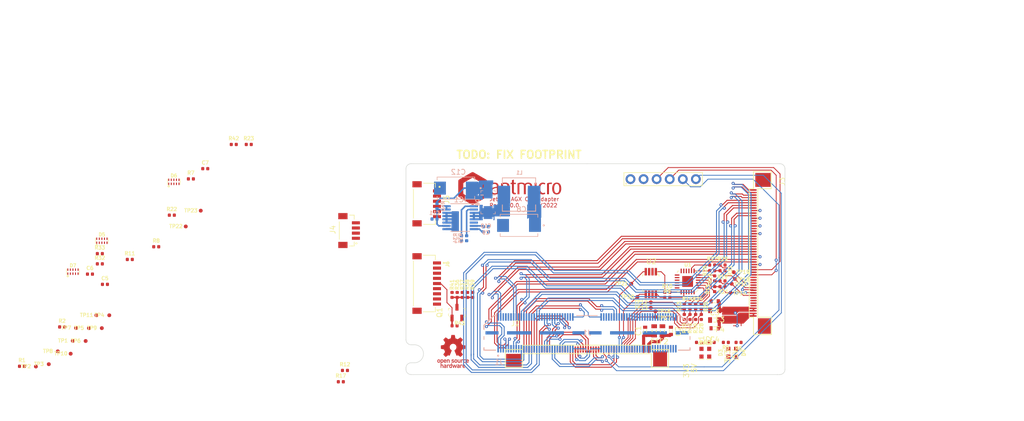
<source format=kicad_pcb>
(kicad_pcb (version 20211014) (generator pcbnew)
  (title_block (title "Jetson AGX CSI adapter") (rev "1.0.0") (company "Antmicro"))
  (layers (0 "F.Cu" signal) (1 "In1.Cu" power) (2 "In2.Cu" power) (31 "B.Cu" signal) (34 "B.Paste" user) (35 "F.Paste" user) (36 "B.SilkS" user "B.Silkscreen") (37 "F.SilkS" user "F.Silkscreen") (38 "B.Mask" user) (39 "F.Mask" user) (44 "Edge.Cuts" user))
  (net 0 "")
  (net 1 "GND")
  (net 2 "+3V3")
  (net 3 "+5V")
  (net 4 "DVDD_CAM_LV")
  (net 5 "/Interface/SNN_CAM_76")
  (net 6 "/Interface/SNN_CAM_HSYNC")
  (net 7 "AVDD_CAM_2V8")
  (net 8 "/Interface/VDD_AF")
  (net 9 "/Interface/CAM_AF_PWDN")
  (net 10 "/Interface/SNN_CAM_VSYNC")
  (net 11 "/Interface/I2C_GP2_CLK")
  (net 12 "/Interface/CAM1_MCLK03")
  (net 13 "/Interface/I2C_GP2_DAT")
  (net 14 "/Interface/CAM1_PWDN")
  (net 15 "/Interface/CAM0_MCLK02")
  (net 16 "/Interface/CAM1_RST")
  (net 17 "/Interface/CAM0_PWDN")
  (net 18 "/Interface/CAM2_MCLK04")
  (net 19 "/Interface/CAM0_RST_BUFFER")
  (net 20 "/Interface/SNN_CAM2_PWDN")
  (net 21 "/Interface/SNN_FLASH_EN")
  (net 22 "/Interface/SNN_CAM2_RST")
  (net 23 "DVDD_CAM_IO")
  (net 24 "Net-(J1-Pad102)")
  (net 25 "/Interface/SNN_FLASH_MASK")
  (net 26 "/Interface/SNN_TORCH_EN")
  (net 27 "/Interface/I2C_GP4_CLK")
  (net 28 "/Interface/SNN_FLASH_STROBE")
  (net 29 "/Interface/I2C_GP4_DAT")
  (net 30 "Net-(J1-Pad108)")
  (net 31 "/Interface/VDD_IR")
  (net 32 "/Interface/SNN_SPI_SCK")
  (net 33 "/Interface/SNN_SPI_DIN")
  (net 34 "/Interface/SNN_SPI_CS0")
  (net 35 "/Interface/SNN_SPI_DOUT")
  (net 36 "/Interface/CAM_INTR")
  (net 37 "/Interface/GPIO25_VDD_SYS_EN")
  (net 42 "CAM1_SCL")
  (net 43 "CAM1_SDA")
  (net 44 "CAM0_SCL")
  (net 45 "CAM0_SDA")
  (net 55 "CAM3_SDA")
  (net 56 "CAM3_SCL")
  (net 57 "CAM2_SDA")
  (net 58 "CAM2_SCL")
  (net 59 "+1V8")
  (net 60 "Net-(C9-Pad1)")
  (net 61 "Net-(C10-Pad2)")
  (net 62 "Net-(C11-Pad1)")
  (net 63 "Net-(D1-Pad1)")
  (net 64 "Net-(D2-Pad1)")
  (net 65 "Net-(D3-Pad1)")
  (net 66 "Net-(D4-Pad1)")
  (net 67 "/Auxiliary/AUX_I2C_SCL")
  (net 68 "/Auxiliary/AUX_I2C_SDA")
  (net 69 "/Auxiliary/DEPTH_CAM_SYNC_3V3")
  (net 70 "/Auxiliary/DEPTH_CAM_SYNC")
  (net 71 "Net-(D6-Pad4)")
  (net 72 "Net-(D6-Pad5)")
  (net 73 "Net-(D8-PadA)")
  (net 74 "Net-(IC1-Pad1)")
  (net 75 "Net-(IC1-Pad2)")
  (net 76 "/Interface/CSI1_CLK_N")
  (net 77 "/Interface/CSI0_D1_P")
  (net 78 "/Interface/CSI1_D1_P")
  (net 79 "/Interface/CSI0_D1_N")
  (net 80 "/Interface/CSI1_D1_N")
  (net 81 "/Interface/CSI2_D0_P")
  (net 82 "/Interface/CSI3_D0_P")
  (net 83 "/Interface/CSI2_D0_N")
  (net 84 "/Interface/CSI3_D0_N")
  (net 85 "/Interface/CSI2_CLK_P")
  (net 86 "/Interface/CSI3_CLK_P")
  (net 87 "/Interface/CSI2_CLK_N")
  (net 88 "/Interface/CSI3_CLK_N")
  (net 89 "/Interface/CSI2_D1_P")
  (net 90 "/Interface/CSI3_D1_P")
  (net 91 "/Interface/CSI2_D1_N")
  (net 92 "/Interface/CSI3_D1_N")
  (net 93 "/Interface/CSI4_D0_P")
  (net 94 "/Interface/CSI6_D0_P")
  (net 95 "/Interface/CSI4_D0_N")
  (net 96 "/Interface/CSI6_D0_N")
  (net 97 "/Interface/CSI4_CLK_P")
  (net 98 "/Interface/CSI6_CLK_P")
  (net 99 "/Interface/CSI4_CLK_N")
  (net 100 "/Interface/CSI6_CLK_N")
  (net 101 "/Interface/CSI4_D1_P")
  (net 102 "/Interface/CSI6_D1_P")
  (net 103 "/Interface/CSI4_D1_N")
  (net 104 "/Interface/CSI6_D1_N")
  (net 105 "/Interface/CSI5_D0_P")
  (net 106 "/Interface/CSI7_D0_P")
  (net 107 "/Interface/CSI5_D0_N")
  (net 108 "/Interface/CSI7_D0_N")
  (net 109 "/Interface/CSI5_CLK_P")
  (net 110 "/Interface/CSI7_CLK_P")
  (net 111 "/Interface/CSI5_CLK_N")
  (net 112 "/Interface/CSI7_CLK_N")
  (net 113 "/Interface/CSI5_D1_P")
  (net 114 "/Interface/CSI7_D1_P")
  (net 115 "/Interface/CSI5_D1_N")
  (net 116 "/Interface/CSI7_D1_N")
  (net 117 "I2C_GP3_CLK")
  (net 118 "I2C_GP3_DAT")
  (net 119 "/Interface/CAM_RST_3V3")
  (net 124 "/Interface/CSI1_D0_N")
  (net 125 "/Interface/CSI1_D0_P")
  (net 126 "/Interface/CSI0_D0_N")
  (net 127 "/Interface/CSI0_D0_P")
  (net 128 "/Interface/CSI0_CLK_N")
  (net 129 "/Interface/CSI0_CLK_P")
  (net 131 "/Interface/CAM1_RST_3V3")
  (net 142 "/Auxiliary/GPIO3")
  (net 143 "/Auxiliary/GPIO4")
  (net 144 "/Auxiliary/GPIO5")
  (net 145 "/Auxiliary/GPIO6")
  (net 146 "/Auxiliary/LASER_PWM0")
  (net 147 "/Auxiliary/LASER_PWM1")
  (net 148 "Net-(R7-Pad1)")
  (net 149 "/Auxiliary/SDA_3V3")
  (net 150 "Net-(R9-Pad2)")
  (net 151 "/Auxiliary/SCL_3V3")
  (net 152 "Net-(R10-Pad2)")
  (net 153 "Net-(R11-Pad1)")
  (net 154 "Net-(R13-Pad1)")
  (net 155 "Net-(R14-Pad1)")
  (net 156 "Net-(R15-Pad1)")
  (net 157 "Net-(R16-Pad1)")
  (net 158 "/Auxiliary/MISC_I2C_SDA")
  (net 159 "/Auxiliary/MISC_I2C_SCL")
  (net 160 "Net-(R24-Pad1)")
  (net 161 "Net-(R25-Pad1)")
  (net 162 "Net-(R26-Pad1)")
  (net 163 "Net-(R27-Pad1)")
  (net 168 "/Interface/CSI1_CLK_P")
  (net 169 "/Interface/3V3_FFC_B")
  (net 170 "/Interface/5V_FFC_B")
  (net 171 "/Interface/3V3_FFC_S")
  (net 172 "/Interface/5V_FFC_S")
  (net 173 "/Auxiliary/5V_C")
  (net 174 "VSYNC_CAM0_3V3")
  (net 175 "VSYNC_CAM1_3V3")
  (net 176 "VSYNC_CAM2_3V3")
  (net 177 "VSYNC_CAM3_3V3")
  (footprint "antmicro-footprints:0402-res" (layer "F.Cu") (at 123.8 93.515 90)
    (fp_text reference "R41")
    (fp_text value "R_2k_0402")
  )
  (footprint "antmicro-footprints:WE_68715014022" (layer "F.Cu") (at 183 86 -90)
    (fp_text reference "J3")
    (fp_text value "WE_68715014022")
  )
  (footprint "antmicro-footprints:Testpoint_smd_0_75mm" (layer "F.Cu") (at 178.5 89.1508)
    (fp_text reference "TP19")
    (fp_text value "TP_SMD_0_75MM" hide)
  )
  (footprint "antmicro-footprints:0402-res" (layer "F.Cu") (at 179.44 102.75 180)
    (fp_text reference "R6")
    (fp_text value "R_470R_0402")
  )
  (footprint "antmicro-footprints:Testpoint_smd_0_75mm" (layer "F.Cu") (at 163.3 97.8508)
    (fp_text reference "TP17")
    (fp_text value "TP_SMD_0_75MM" hide)
  )
  (footprint "antmicro-footprints:0402-res" (layer "F.Cu") (at 125.8 93.515 -90)
    (fp_text reference "R37")
    (fp_text value "R_0R_0402")
  )
  (footprint "antmicro-footprints:Testpoint_smd_0_75mm" (layer "F.Cu") (at 52.645 102.525)
    (fp_text reference "TP6")
    (fp_text value "TP_SMD_0_75MM" hide)
  )
  (footprint "antmicro-footprints:PUSB3F96X" (layer "F.Cu") (at 69.775 71.525)
    (fp_text reference "D6")
    (fp_text value "PUSB3F96X_PASS")
  )
  (footprint "antmicro-footprints:0603-Fuse-Littelfuse-0467" (layer "F.Cu") (at 164.65 100.5 90)
    (fp_text reference "F2")
    (fp_text value "04671.25NR")
  )
  (footprint "antmicro-footprints:0402-res" (layer "F.Cu") (at 55.4 87.48)
    (fp_text reference "R32")
    (fp_text value "R_2k_0402")
  )
  (footprint "antmicro-footprints:0603-cap" (layer "F.Cu") (at 174.8 100 180)
    (fp_text reference "C4")
    (fp_text value "C_1u_0603")
  )
  (footprint "antmicro-footprints:Testpoint_smd_0_75mm" (layer "F.Cu") (at 159.8 93.9508)
    (fp_text reference "TP20")
    (fp_text value "TP_SMD_0_75MM" hide)
  )
  (footprint "antmicro-footprints:0402-res" (layer "F.Cu") (at 61.22 86.62)
    (fp_text reference "R11")
    (fp_text value "R_10k_0402")
  )
  (footprint "antmicro-footprints:0402-res" (layer "F.Cu") (at 174.22 102.75 180)
    (fp_text reference "R4")
    (fp_text value "R_470R_0402")
  )
  (footprint "antmicro-footprints:LED_0603" (layer "F.Cu") (at 172.235 104.75 90)
    (fp_text reference "D1")
    (fp_text value "LTST-C190GKT")
  )
  (footprint "antmicro-footprints:0402-res" (layer "F.Cu") (at 165.6 94)
    (fp_text reference "R9")
    (fp_text value "R_0R_0402")
  )
  (footprint "antmicro-footprints:0402-res" (layer "F.Cu") (at 48.08 99.74)
    (fp_text reference "R2")
    (fp_text value "R_0R_0402")
  )
  (footprint "antmicro-footprints:antmicro-logo_scaled_20mm" (layer "F.Cu") (at 135 73)
    (fp_text reference "G***" hide)
    (fp_text value "antmicro-logo_scaled_20mm" hide)
  )
  (footprint "antmicro-footprints:Testpoint_smd_0_75mm" (layer "F.Cu") (at 57.235 97.525)
    (fp_text reference "TP4")
    (fp_text value "TP_SMD_0_75MM" hide)
  )
  (footprint "antmicro-footprints:Testpoint_smd_0_75mm" (layer "F.Cu") (at 50.145 102.495)
    (fp_text reference "TP1")
    (fp_text value "TP_SMD_0_75MM" hide)
  )
  (footprint "antmicro-footprints:0402-res" (layer "F.Cu") (at 84.32 64.26)
    (fp_text reference "R23")
    (fp_text value "R_2k2_0402")
  )
  (footprint "antmicro-footprints:PUSB3F96X" (layer "F.Cu") (at 50.175 88.995)
    (fp_text reference "D7")
    (fp_text value "PUSB3F96X_PASS")
  )
  (footprint "antmicro-footprints:0402-res" (layer "F.Cu") (at 172.2 97.8 -90)
    (fp_text reference "R28")
    (fp_text value "R_2k_0402")
  )
  (footprint "antmicro-footprints:JST_SM09B-SRSS-TB(LF)(SN)" (layer "F.Cu") (at 117 91.3 -90)
    (fp_text reference "J6")
    (fp_text value "SM09B-SRSS-TB(LF)(SN)")
  )
  (footprint "antmicro-footprints:0402-res" (layer "F.Cu") (at 165.6 93)
    (fp_text reference "R10")
    (fp_text value "R_0R_0402")
  )
  (footprint "antmicro-footprints:JST_SM06B-SRSS-TB(LF)(SN)" (layer "F.Cu") (at 120.875 75.8 -90)
    (fp_text reference "J5")
    (fp_text value "SM06B-SRSS-TB(LF)(SN)")
  )
  (footprint "antmicro-footprints:LED_0603" (layer "F.Cu") (at 177.455 104.75 90)
    (fp_text reference "D3")
    (fp_text value "LTST-C190GKT")
  )
  (footprint "antmicro-footprints:TSSOP-8_W3mm" (layer "F.Cu") (at 162.4 91.2 180)
    (fp_text reference "U2")
    (fp_text value "NTS0102DP")
  )
  (footprint "antmicro-footprints:0402-res" (layer "F.Cu") (at 174.8 92.4 90)
    (fp_text reference "R15")
    (fp_text value "R_0R_0402")
  )
  (footprint "antmicro-footprints:Testpoint_smd_0_75mm" (layer "F.Cu") (at 177.9 93.1508)
    (fp_text reference "TP14")
    (fp_text value "TP_SMD_0_75MM" hide)
  )
  (footprint "antmicro-footprints:0402-res" (layer "F.Cu") (at 102.2 110.4)
    (fp_text reference "R17")
    (fp_text value "R_2k_0402")
  )
  (footprint "antmicro-footprints:Testpoint_smd_0_75mm" (layer "F.Cu") (at 178.7 90.4508)
    (fp_text reference "TP18")
    (fp_text value "TP_SMD_0_75MM" hide)
  )
  (footprint "antmicro-footprints:0402-res" (layer "F.Cu") (at 176.33 87.7)
    (fp_text reference "R29")
    (fp_text value "R_2k_0402")
  )
  (footprint "antmicro-footprints:0402-res" (layer "F.Cu") (at 170 95.8 -90)
    (fp_text reference "R14")
    (fp_text value "R_0R_0402")
  )
  (footprint "antmicro-footprints:0402-cap" (layer "F.Cu") (at 75.87 68.97)
    (fp_text reference "C7")
    (fp_text value "C_100n_0402")
  )
  (footprint "antmicro-footprints:WE_68715014522_ONE-SIDE" (layer "F.Cu") (at 150 103.525)
    (fp_text reference "J2")
    (fp_text value "WE_68715014522_ONE-SIDE")
  )
  (footprint "antmicro-footprints:0402-cap" (layer "F.Cu") (at 53.48 89.47)
    (fp_text reference "C6")
    (fp_text value "C_100n_0402")
  )
  (footprint "antmicro-footprints:0402-res" (layer "F.Cu") (at 66.35 84.15)
    (fp_text reference "R8")
    (fp_text value "R_0R_0402")
  )
  (footprint "antmicro-footprints:0402-res" (layer "F.Cu") (at 174.8 90.3 -90)
    (fp_text reference "R16")
    (fp_text value "R_0R_0402")
  )
  (footprint "antmicro-footprints:0402-cap" (layer "F.Cu") (at 56.39 91.46)
    (fp_text reference "C5")
    (fp_text value "C_100n_0402")
  )
  (footprint "antmicro-footprints:0603-Fuse-Littelfuse-0467" (layer "F.Cu") (at 174.8 98.4 180)
    (fp_text reference "F4")
    (fp_text value "04671.25NR")
  )
  (footprint "antmicro-footprints:mounting-hole-3.5mm-NPTH" (layer "F.Cu") (at 183.5 104.96 180)
    (fp_text reference "REF**" hide)
    (fp_text value "mounting-hole-3.5mm-NPTH")
  )
  (footprint "antmicro-footprints:0402-res" (layer "F.Cu") (at 127.8 93.515 -90)
    (fp_text reference "R39")
    (fp_text value "R_0R_0402")
  )
  (footprint "antmicro-footprints:PUSB3F96X" (layer "F.Cu") (at 55.795 82.985)
    (fp_text reference "D5")
    (fp_text value "PUSB3F96X_PASS")
  )
  (footprint "antmicro-footprints:LED_0603" (layer "F.Cu") (at 178.955 104.75 90)
    (fp_text reference "D4")
    (fp_text value "LTST-C190GKT")
  )
  (footprint "antmicro-footprints:0402-res" (layer "F.Cu") (at 40.28 107.39)
    (fp_text reference "R1")
    (fp_text value "R_0R_0402")
  )
  (footprint "antmicro-footprints:BM04B-SRSS-TB-LF-SN" (layer "F.Cu") (at 103.8 81 90)
    (fp_text reference "J4")
    (fp_text value "BM04B-SRSS-TB-LF-SN")
  )
  (footprint "antmicro-footprints:LED_0603" (layer "F.Cu") (at 173.735 104.75 90)
    (fp_text reference "D2")
    (fp_text value "LTST-C190GKT")
  )
  (footprint "antmicro-footprints:0402-res" (layer "F.Cu") (at 172.2 95.8 -90)
    (fp_text reference "R25")
    (fp_text value "R_0R_0402")
  )
  (footprint "antmicro-footprints:0402-res" (layer "F.Cu") (at 176.315 90.8)
    (fp_text reference "R19")
    (fp_text value "R_2k_0402")
  )
  (footprint "antmicro-footprints:0402-res" (layer "F.Cu") (at 171.1 97.8 -90)
    (fp_text reference "R30")
    (fp_text value "R_2k_0402")
  )
  (footprint "antmicro-footprints:Testpoint_smd_0_75mm" (layer "F.Cu") (at 42.985 107.485)
    (fp_text reference "TP2")
    (fp_text value "TP_SMD_0_75MM" hide)
  )
  (footprint "antmicro-footprints:0402-res" (layer "F.Cu") (at 69.38 78.01)
    (fp_text reference "R22")
    (fp_text value "R_2k2_0402")
  )
  (footprint "antmicro-footprints:0603-cap" (layer "F.Cu") (at 166.3 100.5 90)
    (fp_text reference "C2")
    (fp_text value "C_1u_0603")
  )
  (footprint "antmicro-footprints:0603-cap" (layer "F.Cu") (at 161.3 100.5 90)
    (fp_text reference "C1")
    (fp_text value "C_1u_0603")
  )
  (footprint "antmicro-footprints:Testpoint_smd_0_75mm" (layer "F.Cu") (at 162.4 96.1)
    (fp_text reference "TP13")
    (fp_text value "TP_SMD_0_75MM" hide)
  )
  (footprint "antmicro-footprints:Testpoint_smd_0_75mm" (layer "F.Cu") (at 74.995 77.185)
    (fp_text reference "TP23")
    (fp_text value "TP_SMD_0_75MM" hide)
  )
  (footprint "antmicro-footprints:0402-res" (layer "F.Cu") (at 168.9 95.8 -90)
    (fp_text reference "R13")
    (fp_text value "R_0R_0402")
  )
  (footprint "antmicro-footprints:HVQFN24" (layer "F.Cu") (at 169.55 90.9 180)
    (fp_text reference "U1")
    (fp_text value "PCA9547BS,118")
  )
  (footprint "antmicro-footprints:0402-res" (layer "F.Cu") (at 168.9 97.8 -90)
    (fp_text reference "R20")
    (fp_text value "R_2k_0402")
  )
  (footprint "antmicro-footprints:0603-cap" (layer "F.Cu") (at 174.8 94.75 180)
    (fp_text reference "C3")
    (fp_text value "C_1u_0603")
  )
  (footprint "antmicro-footprints:oshw-logo" (layer "F.Cu") (at 124 104.5)
    (fp_text reference "G***" hide)
    (fp_text value "LOGO" hide)
  )
  (footprint "antmicro-footprints:Testpoint_smd_0_75mm" (layer "F.Cu") (at 55.785 100.025)
    (fp_text reference "TP9")
    (fp_text value "TP_SMD_0_75MM" hide)
  )
  (footprint "antmicro-footprints:0402-res" (layer "F.Cu") (at 124.285 99.515 180)
    (fp_text reference "R43")
    (fp_text value "R_2k_0402")
  )
  (footprint "antmicro-footprints:Testpoint_smd_0_75mm" (layer "F.Cu") (at 158.6 91.4)
    (fp_text reference "TP21")
    (fp_text value "TP_SMD_0_75MM" hide)
  )
  (footprint "antmicro-footprints:0402-res" (layer "F.Cu") (at 73.08 70.96)
    (fp_text reference "R7")
    (fp_text value "R_0R_0402")
  )
  (footprint "antmicro-footprints:0402-res" (layer "F.Cu") (at 174.315 87.7)
    (fp_text reference "R27")
    (fp_text value "R_0R_0402")
  )
  (footprint "antmicro-footprints:Testpoint_smd_0_75mm" (layer "F.Cu") (at 163.3 96.7508)
    (fp_text reference "TP16")
    (fp_text value "TP_SMD_0_75MM" hide)
  )
  (footprint "antmicro-footprints:0402-res" (layer "F.Cu") (at 174.315 88.8)
    (fp_text reference "R26")
    (fp_text value "R_0R_0402")
  )
  (footprint "antmicro-footprints:0402-res" (layer "F.Cu") (at 176.315 88.8)
    (fp_text reference "R31")
    (fp_text value "R_2k_0402")
  )
  (footprint "antmicro-footprints:0402-res" (layer "F.Cu") (at 176.97 102.75)
    (fp_text reference "R5")
    (fp_text value "R_200R_0402")
  )
  (footprint "antmicro-footprints:Testpoint_smd_0_75mm" (layer "F.Cu") (at 47.235 104.535)
    (fp_text reference "TP8")
    (fp_text value "TP_SMD_0_75MM" hide)
  )
  (footprint "antmicro-footprints:0603-Fuse-Littelfuse-0467" (layer "F.Cu") (at 174.8 96.5 180)
    (fp_text reference "F3")
    (fp_text value "04671.25NR")
  )
  (footprint "antmicro-footprints:0603-Fuse-Littelfuse-0467" (layer "F.Cu") (at 163.05 100.5 90)
    (fp_text reference "F1")
    (fp_text value "04671.25NR")
  )
  (footprint "antmicro-footprints:0402-res" (layer "F.Cu") (at 176.315 91.9)
    (fp_text reference "R21")
    (fp_text value "R_2k_0402")
  )
  (footprint "antmicro-footprints:61300611121" (layer "F.Cu") (at 164.8 71)
    (fp_text reference "J7")
    (fp_text value "61300611121")
  )
  (footprint "antmicro-footprints:0402-res" (layer "F.Cu") (at 170 97.8 -90)
    (fp_text reference "R18")
    (fp_text value "R_2k_0402")
  )
  (footprint "antmicro-footprints:0402-res" (layer "F.Cu") (at 124.8 93.515 -90)
    (fp_text reference "R36")
    (fp_text value "R_0R_0402")
  )
  (footprint "antmicro-footprints:0402-res" (layer "F.Cu") (at 126.8 93.515 -90)
    (fp_text reference "R38")
    (fp_text value "R_0R_0402")
  )
  (footprint "antmicro-footprints:0402-res" (layer "F.Cu") (at 55.4 85.49)
    (fp_text reference "R33")
    (fp_text value "R_2k_0402")
  )
  (footprint "antmicro-footprints:Testpoint_smd_0_75mm" (layer "F.Cu") (at 54.735 97.525)
    (fp_text reference "TP11")
    (fp_text value "TP_SMD_0_75MM" hide)
  )
  (footprint "antmicro-footprints:0402-res" (layer "F.Cu") (at 103 108.2)
    (fp_text reference "R12")
    (fp_text value "R_2k_0402")
  )
  (footprint "antmicro-footprints:Testpoint_smd_0_75mm" (layer "F.Cu") (at 53.285 100.025)
    (fp_text reference "TP5")
    (fp_text value "TP_SMD_0_75MM" hide)
  )
  (footprint "antmicro-footprints:0402-res" (layer "F.Cu") (at 171.1 95.8 -90)
    (fp_text reference "R24")
    (fp_text value "R_0R_0402")
  )
  (footprint "antmicro-footprints:Testpoint_smd_0_75mm" (layer "F.Cu") (at 162.4 95)
    (fp_text reference "TP12")
    (fp_text value "TP_SMD_0_75MM" hide)
  )
  (footprint "antmicro-footprints:Testpoint_smd_0_75mm" (layer "F.Cu") (at 49.735 104.995)
    (fp_text reference "TP10")
    (fp_text value "TP_SMD_0_75MM" hide)
  )
  (footprint "antmicro-footprints:mounting-hole-3.5mm-NPTH" (layer "F.Cu") (at 150 72.76 180)
    (fp_text reference "REF**" hide)
    (fp_text value "mounting-hole-3.5mm-NPTH")
  )
  (footprint "antmicro-footprints:0402-res" (layer "F.Cu") (at 81.41 64.26)
    (fp_text reference "R42")
    (fp_text value "R_0R_0402")
  )
  (footprint "antmicro-footprints:SOT-23-3" (layer "F.Cu") (at 124.75 96.965 90)
    (fp_text reference "Q1")
    (fp_text value "BSS138AKA")
  )
  (footprint "antmicro-footprints:Testpoint_smd_0_75mm" (layer "F.Cu") (at 50.785 99.995)
    (fp_text reference "TP7")
    (fp_text value "TP_SMD_0_75MM" hide)
  )
  (footprint "antmicro-footprints:Testpoint_smd_0_75mm" (layer "F.Cu") (at 178.1 91.4)
    (fp_text reference "TP15")
    (fp_text value "TP_SMD_0_75MM" hide)
  )
  (footprint "antmicro-footprints:Testpoint_smd_0_75mm" (layer "F.Cu") (at 72.085 80.255)
    (fp_text reference "TP22")
    (fp_text value "TP_SMD_0_75MM" hide)
  )
  (footprint "antmicro-footprints:0402-res" (layer "F.Cu") (at 171.75 102.75)
    (fp_text reference "R3")
    (fp_text value "R_200R_0402")
  )
  (footprint "antmicro-footprints:Testpoint_smd_0_75mm" (layer "F.Cu") (at 45.485 107.035)
    (fp_text reference "TP3")
    (fp_text value "TP_SMD_0_75MM" hide)
  )
  (footprint "antmicro-footprints:QSOP-16_3.9x4.9mm_P0.635mm" (layer "B.Cu") (at 125.379 78.5 180)
    (fp_text reference "IC1")
    (fp_text value "MAX1708EEE+")
  )
  (footprint "antmicro-footprints:DO-214AC" (layer "B.Cu") (at 130.8 75.5 -90)
    (fp_text reference "D8")
    (fp_text value "B340A-13-F")
  )
  (footprint "antmicro-footprints:0402-cap" (layer "B.Cu") (at 120.394 78.75 180)
    (fp_text reference "C11")
    (fp_text value "C_100n_0402")
  )
  (footprint "antmicro-footprints:0402-res" (layer "B.Cu") (at 125.629 82.5 -90)
    (fp_text reference "R34")
    (fp_text value "R_2k_0402")
  )
  (footprint "antmicro-footprints:0402-cap" (layer "B.Cu") (at 130.379 81.25 180)
    (fp_text reference "C10")
    (fp_text value "C_220n_0402")
  )
  (footprint "antmicro-footprints:KEMET_D" (layer "B.Cu") (at 124.55 72.75 180)
    (fp_text reference "C12")
    (fp_text value "C_220u_KEMET_D")
  )
  (footprint "antmicro-footprints:SAMTEC_QTH-060-03-X-D-A" (layer "B.Cu") (at 150 100.89)
    (fp_text reference "J1")
    (fp_text value "QTH-060-03-L-D-A")
  )
  (footprint "antmicro-footprints:KEMET_D" (layer "B.Cu") (at 136.8 80 180)
    (fp_text reference "C8")
    (fp_text value "C_220u_KEMET_D")
  )
  (footprint "antmicro-footprints:IHLP2525CZER" (layer "B.Cu") (at 136.8 74 180)
    (fp_text reference "L1")
    (fp_text value "IHLP2525CZER2R2M01")
  )
  (footprint "antmicro-footprints:0402-res" (layer "B.Cu") (at 126.629 82.5 -90)
    (fp_text reference "R35")
    (fp_text value "R_2k_0402")
  )
  (footprint "antmicro-footprints:0402-cap" (layer "B.Cu") (at 130.379 80.25)
    (fp_text reference "C9")
    (fp_text value "C_100n_0402")
  )
  (footprint "antmicro-footprints:0402-res" (layer "B.Cu") (at 120.879 76.25 90)
    (fp_text reference "R40")
    (fp_text value "R_2R_0402")
  )
  (gr_arc (start 114.85 107.71) (mid 115.142893 107.002893) (end 115.85 106.71) (layer "Edge.Cuts") (width 0.1))
  (gr_arc (start 114.85 69) (mid 115.142893 68.292893) (end 115.85 68) (layer "Edge.Cuts") (width 0.1))
  (gr_line (start 150 68) (end 187.45 68) (layer "Edge.Cuts") (width 0.1))
  (gr_line (start 114.85 108) (end 114.85 107.71) (layer "Edge.Cuts") (width 0.1))
  (gr_arc (start 188.45 108) (mid 188.157107 108.707107) (end 187.45 109) (layer "Edge.Cuts") (width 0.1))
  (gr_arc (start 116.5 103.21) (mid 118.25 104.96) (end 116.5 106.71) (layer "Edge.Cuts") (width 0.1))
  (gr_line (start 116.5 103.21) (end 115.85 103.21) (layer "Edge.Cuts") (width 0.1))
  (gr_line (start 116.5 106.71) (end 115.85 106.71) (layer "Edge.Cuts") (width 0.1))
  (gr_arc (start 115.85 109) (mid 115.142893 108.707107) (end 114.85 108) (layer "Edge.Cuts") (width 0.1))
  (gr_line (start 187.45 109) (end 187 109) (layer "Edge.Cuts") (width 0.1))
  (gr_line (start 187 109) (end 115.85 109) (layer "Edge.Cuts") (width 0.1))
  (gr_arc (start 187.45 68) (mid 188.157107 68.292893) (end 188.45 69) (layer "Edge.Cuts") (width 0.1))
  (gr_line (start 188.45 69) (end 188.45 108) (layer "Edge.Cuts") (width 0.1))
  (gr_arc (start 115.85 103.21) (mid 115.142893 102.917107) (end 114.85 102.21) (layer "Edge.Cuts") (width 0.1))
  (gr_line (start 114.85 102.21) (end 114.85 69) (layer "Edge.Cuts") (width 0.1))
  (gr_line (start 115.85 68) (end 150 68) (layer "Edge.Cuts") (width 0.1))
  (gr_text "Jetson AGX CSI adapter\nRev. 1.0.0	7/2022" (at 131 75.5) (layer "F.Cu") (effects (font (size 0.75 0.75) (thickness 0.1)) (justify left)))
  (gr_text "3V3" (at 169.3 108.25 90) (layer "F.SilkS") (effects (font (size 1 1))))
  (gr_text "3V3" (at 177.3 105.5 90) (layer "F.SilkS") (effects (font (size 1 1))))
  (gr_text "TODO: FIX FOOTPRINT" (at 136.8 66.25) (layer "F.SilkS") (effects (font (size 1.5 1.5) (thickness 0.3))))
  (gr_text "5V" (at 170.8 107.75 90) (layer "F.SilkS") (effects (font (size 1 1))))
  (gr_text "5V" (at 178.8 105 90) (layer "F.SilkS") (effects (font (size 1 1))))
  (segment (start 183.59 81.61) (end 183.6 81.6) (width 0.16) (layer "F.Cu") (net 1))
  (segment (start 183.59 78.61) (end 183.6 78.6) (width 0.16) (layer "F.Cu") (net 1))
  (segment (start 183.59 86.11) (end 183.6 86.1) (width 0.16) (layer "F.Cu") (net 1))
  (segment (start 183.59 80.11) (end 183.6 80.1) (width 0.16) (layer "F.Cu") (net 1))
  (segment (start 183.59 77.11) (end 183.6 77.1) (width 0.16) (layer "F.Cu") (net 1))
  (segment (start 182.34 77.11) (end 183.59 77.11) (width 0.16) (layer "F.Cu") (net 1))
  (segment (start 182.34 86.11) (end 183.59 86.11) (width 0.16) (layer "F.Cu") (net 1))
  (segment (start 182.34 81.61) (end 183.59 81.61) (width 0.16) (layer "F.Cu") (net 1))
  (segment (start 182.34 80.11) (end 183.59 80.11) (width 0.16) (layer "F.Cu") (net 1))
  (segment (start 183.59 87.61) (end 183.6 87.6) (width 0.16) (layer "F.Cu") (net 1))
  (segment (start 182.34 78.61) (end 183.59 78.61) (width 0.16) (layer "F.Cu") (net 1))
  (segment (start 182.34 87.61) (end 183.59 87.61) (width 0.16) (layer "F.Cu") (net 1))
  (via (at 183.6 86.1) (size 0.6) (drill 0.25) (layers "F.Cu" "B.Cu") (net 1))
  (via (at 183.6 80.1) (size 0.6) (drill 0.25) (layers "F.Cu" "B.Cu") (net 1))
  (via (at 183.6 87.6) (size 0.6) (drill 0.25) (layers "F.Cu" "B.Cu") (net 1))
  (via (at 183.6 81.6) (size 0.6) (drill 0.25) (layers "F.Cu" "B.Cu") (net 1))
  (via (at 183.6 77.1) (size 0.6) (drill 0.25) (layers "F.Cu" "B.Cu") (net 1))
  (via (at 183.6 78.6) (size 0.6) (drill 0.25) (layers "F.Cu" "B.Cu") (net 1))
  (segment (start 160.1 97.8) (end 159.4 98.5) (width 0.16) (layer "F.Cu") (net 42))
  (segment (start 170.7 99.9) (end 167.9 99.9) (width 0.16) (layer "F.Cu") (net 42))
  (segment (start 172.2 97.315) (end 172.2 96.285) (width 0.16) (layer "F.Cu") (net 42))
  (segment (start 158.25 103.15) (end 159.4 102) (width 0.16) (layer "F.Cu") (net 42))
  (segment (start 159.4 102) (end 159.4 98.5) (width 0.16) (layer "F.Cu") (net 42))
  (segment (start 166.8 97.8) (end 163.3 97.8) (width 0.16) (layer "F.Cu") (net 42))
  (segment (start 167 99) (end 167 98) (width 0.16) (layer "F.Cu") (net 42))
  (segment (start 171.65 97.865) (end 171.65 98.95) (width 0.16) (layer "F.Cu") (net 42))
  (segment (start 167 98) (end 166.8 97.8) (width 0.16) (layer "F.Cu") (net 42))
  (segment (start 163.3 97.8) (end 160.1 97.8) (width 0.16) (layer "F.Cu") (net 42))
  (segment (start 171.65 98.95) (end 170.7 99.9) (width 0.16) (layer "F.Cu") (net 42))
  (segment (start 167.9 99.9) (end 167 99) (width 0.16) (layer "F.Cu") (net 42))
  (segment (start 172.2 97.315) (end 171.65 97.865) (width 0.16) (layer "F.Cu") (net 42))
  (segment (start 158.25 104.125) (end 158.25 103.15) (width 0.16) (layer "F.Cu") (net 42))
  (segment (start 170 99.4) (end 168.1 99.4) (width 0.16) (layer "F.Cu") (net 43))
  (segment (start 168.1 99.4) (end 167.5 98.8) (width 0.16) (layer "F.Cu") (net 43))
  (segment (start 170.55 98.85) (end 170 99.4) (width 0.16) (layer "F.Cu") (net 43))
  (segment (start 171.1 97.315) (end 171.1 96.285) (width 0.16) (layer "F.Cu") (net 43))
  (segment (start 160.6 96.7) (end 163.3 96.7) (width 0.16) (layer "F.Cu") (net 43))
  (segment (start 167.5 97.6) (end 166.6 96.7) (width 0.16) (layer "F.Cu") (net 43))
  (segment (start 171.1 97.431134) (end 170.55 97.981134) (width 0.16) (layer "F.Cu") (net 43))
  (segment (start 166.6 96.7) (end 163.3 96.7) (width 0.16) (layer "F.Cu") (net 43))
  (segment (start 158.9 101.9) (end 158.9 98.4) (width 0.16) (layer "F.Cu") (net 43))
  (segment (start 157.75 104.125) (end 157.75 103.05) (width 0.16) (layer "F.Cu") (net 43))
  (segment (start 157.75 103.05) (end 158.9 101.9) (width 0.16) (layer "F.Cu") (net 43))
  (segment (start 158.9 98.4) (end 160.6 96.7) (width 0.16) (layer "F.Cu") (net 43))
  (segment (start 170.55 97.981134) (end 170.55 98.85) (width 0.16) (layer "F.Cu") (net 43))
  (segment (start 167.5 98.8) (end 167.5 97.6) (width 0.16) (layer "F.Cu") (net 43))
  (segment (start 171.1 97.315) (end 171.1 97.431134) (width 0.16) (layer "F.Cu") (net 43))
  (segment (start 158.4 101.9) (end 158.4 98.3) (width 0.16) (layer "F.Cu") (net 44))
  (segment (start 160.6508 96.0492) (end 162.4 96.0492) (width 0.16) (layer "F.Cu") (net 44))
  (segment (start 168.1 97.5) (end 166.6492 96.0492) (width 0.16) (layer "F.Cu") (net 44))
  (segment (start 168.4 99) (end 168.1 98.7) (width 0.16) (layer "F.Cu") (net 44))
  (segment (start 158.4 98.3) (end 160.6508 96.0492) (width 0.16) (layer "F.Cu") (net 44))
  (segment (start 168.1 98.7) (end 168.1 97.5) (width 0.16) (layer "F.Cu") (net 44))
  (segment (start 166.6492 96.0492) (end 162.4 96.0492) (width 0.16) (layer "F.Cu") (net 44))
  (segment (start 157.25 103.05) (end 158.4 101.9) (width 0.16) (layer "F.Cu") (net 44))
  (segment (start 169.45 97.85) (end 169.45 98.75) (width 0.16) (layer "F.Cu") (net 44))
  (segment (start 170 97.315) (end 169.985 97.315) (width 0.16) (layer "F.Cu") (net 44))
  (segment (start 170 97.315) (end 170 96.285) (width 0.16) (layer "F.Cu") (net 44))
  (segment (start 169.985 97.315) (end 169.45 97.85) (width 0.16) (layer "F.Cu") (net 44))
  (segment (start 157.25 104.125) (end 157.25 103.05) (width 0.16) (layer "F.Cu") (net 44))
  (segment (start 169.45 98.75) (end 169.2 99) (width 0.16) (layer "F.Cu") (net 44))
  (segment (start 169.2 99) (end 168.4 99) (width 0.16) (layer "F.Cu") (net 44))
  (segment (start 156.75 103.05) (end 158 101.8) (width 0.16) (layer "F.Cu") (net 45))
  (segment (start 168.715 96.1) (end 168.9 96.285) (width 0.16) (layer "F.Cu") (net 45))
  (segment (start 156.75 104.125) (end 156.75 103.05) (width 0.16) (layer "F.Cu") (net 45))
  (segment (start 162.4 94.9492) (end 166.6492 94.9492) (width 0.16) (layer "F.Cu") (net 45))
  (segment (start 168.9 97.315) (end 168.9 96.285) (width 0.16) (layer "F.Cu") (net 45))
  (segment (start 161.112394 94.9492) (end 162.4 94.9492) (width 0.16) (layer "F.Cu") (net 45))
  (segment (start 158 98.061594) (end 161.112394 94.9492) (width 0.16) (layer "F.Cu") (net 45))
  (segment (start 158 101.8) (end 158 98.061594) (width 0.16) (layer "F.Cu") (net 45))
  (segment (start 166.6492 94.9492) (end 167.985 96.285) (width 0.16) (layer "F.Cu") (net 45))
  (segment (start 167.985 96.285) (end 168.9 96.285) (width 0.16) (layer "F.Cu") (net 45))
  (segment (start 182.34 92.11) (end 180.71 92.11) (width 0.16) (layer "F.Cu") (net 55))
  (segment (start 180.71 92.11) (end 180.2 91.6) (width 0.16) (layer "F.Cu") (net 55))
  (segment (start 176.815 89.785) (end 176.83 89.8) (width 0.16) (layer "F.Cu") (net 55))
  (segment (start 180.2 91.6) (end 179.9 91.6) (width 0.16) (layer "F.Cu") (net 55))
  (segment (start 175.83 88.8) (end 176.815 89.785) (width 0.16) (layer "F.Cu") (net 55))
  (segment (start 176.815 89.785) (end 178.085 89.785) (width 0.16) (layer "F.Cu") (net 55))
  (segment (start 179.9 91.6) (end 178.7 90.4) (width 0.16) (layer "F.Cu") (net 55))
  (segment (start 174.8 88.8) (end 175.83 88.8) (width 0.16) (layer "F.Cu") (net 55))
  (segment (start 178.085 89.785) (end 178.7 90.4) (width 0.16) (layer "F.Cu") (net 55))
  (segment (start 182.34 92.61) (end 182.23 92.5) (width 0.16) (layer "F.Cu") (net 56))
  (segment (start 178.5 89.1) (end 177.65 88.25) (width 0.16) (layer "F.Cu") (net 56))
  (segment (start 177.65 88.25) (end 177.35 88.25) (width 0.16) (layer "F.Cu") (net 56))
  (segment (start 176.395 88.25) (end 175.845 87.7) (width 0.16) (layer "F.Cu") (net 56))
  (segment (start 181 91.3705) (end 180.7705 91.3705) (width 0.16) (layer "F.Cu") (net 56))
  (segment (start 182.23 92.5) (end 180.2 92.5) (width 0.16) (layer "F.Cu") (net 56))
  (segment (start 174.8 87.7) (end 175.845 87.7) (width 0.16) (layer "F.Cu") (net 56))
  (segment (start 177.35 88.25) (end 176.395 88.25) (width 0.16) (layer "F.Cu") (net 56))
  (segment (start 180.7705 91.3705) (end 178.5 89.1) (width 0.16) (layer "F.Cu") (net 56))
  (via (at 180.2 92.5) (size 0.6) (drill 0.25) (layers "F.Cu" "B.Cu") (net 56))
  (via (at 181 91.3705) (size 0.6) (drill 0.25) (layers "F.Cu" "B.Cu") (net 56))
  (segment (start 180.2 92.5) (end 180.2 92.1705) (width 0.16) (layer "B.Cu") (net 56))
  (segment (start 180.2 92.1705) (end 181 91.3705) (width 0.16) (layer "B.Cu") (net 56))
  (segment (start 175.83 91.9) (end 177.03 93.1) (width 0.16) (layer "F.Cu") (net 57))
  (segment (start 180.8 93.0805) (end 182.3105 93.0805) (width 0.16) (layer "F.Cu") (net 57))
  (segment (start 174.8 91.9) (end 175.83 91.9) (width 0.16) (layer "F.Cu") (net 57))
  (segment (start 177.03 93.1) (end 177.9 93.1) (width 0.16) (layer "F.Cu") (net 57))
  (segment (start 179.1 93.1) (end 177.9 93.1) (width 0.16) (layer "F.Cu") (net 57))
  (segment (start 182.3105 93.0805) (end 182.34 93.11) (width 0.16) (layer "F.Cu") (net 57))
  (via (at 180.8 93.0805) (size 0.6) (drill 0.25) (layers "F.Cu" "B.Cu") (net 57))
  (via (at 179.1 93.1) (size 0.6) (drill 0.25) (layers "F.Cu" "B.Cu") (net 57))
  (segment (start 180.7805 93.1) (end 180.8 93.0805) (width 0.16) (layer "B.Cu") (net 57))
  (segment (start 179.1 93.1) (end 180.7805 93.1) (width 0.16) (layer "B.Cu") (net 57))
  (segment (start 180.36 93.61) (end 182.34 93.61) (width 0.16) (layer "F.Cu") (net 58))
  (segment (start 174.8 90.8) (end 175.83 90.8) (width 0.16) (layer "F.Cu") (net 58))
  (segment (start 175.83 90.8) (end 175.83 90.83) (width 0.16) (layer "F.Cu") (net 58))
  (segment (start 176.35 91.35) (end 178.1 91.35) (width 0.16) (layer "F.Cu") (net 58))
  (segment (start 175.83 90.83) (end 176.35 91.35) (width 0.16) (layer "F.Cu") (net 58))
  (segment (start 178.175 91.425) (end 180.36 93.61) (width 0.16) (layer "F.Cu") (net 58))
  (segment (start 178.1 91.35) (end 178.175 91.425) (width 0.16) (layer "F.Cu") (net 58))
  (segment (start 129.894 80.25) (end 129.7315 80.0875) (width 0.3) (layer "B.Cu") (net 60))
  (segment (start 129.7315 80.0875) (end 128.0333 80.0875) (width 0.3) (layer "B.Cu") (net 60))
  (segment (start 129.629 81.25) (end 129.1015 80.7225) (width 0.3) (layer "B.Cu") (net 61))
  (segment (start 129.894 81.25) (end 129.629 81.25) (width 0.3) (layer "B.Cu") (net 61))
  (segment (start 129.1015 80.7225) (end 128.0333 80.7225) (width 0.3) (layer "B.Cu") (net 61))
  (segment (start 122.7247 76.9125) (end 121.0565 76.9125) (width 0.3) (layer "B.Cu") (net 62))
  (segment (start 120.879 79.75) (end 120.879 78.75) (width 0.3) (layer "B.Cu") (net 62))
  (segment (start 121.2165 80.0875) (end 120.879 79.75) (width 0.3) (layer "B.Cu") (net 62))
  (segment (start 122.7247 76.9125) (end 122.7247 76.2775) (width 0.3) (layer "B.Cu") (net 62))
  (segment (start 122.7247 80.0875) (end 121.2165 80.0875) (width 0.3) (layer "B.Cu") (net 62))
  (segment (start 120.879 76.735) (end 120.879 78.75) (width 0.3) (layer "B.Cu") (net 62))
  (segment (start 121.0565 76.9125) (end 120.879 76.735) (width 0.3) (layer "B.Cu") (net 62))
  (segment (start 124.75 95.915) (end 124.75 94.05) (width 0.3) (layer "F.Cu") (net 69))
  (segment (start 125.8 94) (end 124.8 94) (width 0.3) (layer "F.Cu") (net 69))
  (segment (start 124.8 94) (end 123.8 94) (width 0.3) (layer "F.Cu") (net 69))
  (segment (start 124.75 94.05) (end 124.8 94) (width 0.3) (layer "F.Cu") (net 69))
  (segment (start 125.8 94) (end 126.8 94) (width 0.3) (layer "F.Cu") (net 69))
  (segment (start 127.8 94) (end 126.8 94) (width 0.3) (layer "F.Cu") (net 69))
  (segment (start 121.6 91.3) (end 122.8 92.5) (width 0.16) (layer "F.Cu") (net 70))
  (segment (start 123.8 96) (end 123.8 98.015) (width 0.16) (layer "F.Cu") (net 70))
  (segment (start 120.875 91.3) (end 121.6 91.3) (width 0.16) (layer "F.Cu") (net 70))
  (segment (start 122.8 92.5) (end 122.8 95) (width 0.16) (layer "F.Cu") (net 70))
  (segment (start 122.8 95) (end 123.8 96) (width 0.16) (layer "F.Cu") (net 70))
  (segment (start 123.8 98.015) (end 123.8 99.515) (width 0.3) (layer "F.Cu") (net 70))
  (segment (start 125.629 77) (end 126.3515 76.2775) (width 0.3) (layer "B.Cu") (net 74))
  (segment (start 125.629 82.015) (end 125.629 77) (width 0.3) (layer "B.Cu") (net 74))
  (segment (start 126.3515 76.2775) (end 128.0333 76.2775) (width 0.3) (layer "B.Cu") (net 74))
  (segment (start 126.9333 76.9125) (end 128.0333 76.9125) (width 0.3) (layer "B.Cu") (net 75))
  (segment (start 126.629 77.2168) (end 126.9333 76.9125) (width 0.3) (layer "B.Cu") (net 75))
  (segment (start 126.629 82.015) (end 126.629 77.2168) (width 0.3) (layer "B.Cu") (net 75))
  (segment (start 153.044926 90.0659) (end 158.509826 84.601) (width 0.182) (layer "F.Cu") (net 77))
  (segment (start 137.21194 90.2749) (end 137.42094 90.0659) (width 0.182) (layer "F.Cu") (net 77))
  (segment (start 181.439999 84.61) (end 182.34 84.61) (width 0.182) (layer "F.Cu") (net 77))
  (segment (start 136.347373 101.991801) (end 136.429 101.910174) (width 0.182) (layer "F.Cu") (net 77))
  (segment (start 137.42094 90.0659) (end 153.044926 90.0659) (width 0.182) (layer "F.Cu") (net 77))
  (segment (start 136.429 95.610174) (end 137.331801 94.707373) (width 0.182) (layer "F.Cu") (net 77))
  (segment (start 136.429 101.910174) (end 136.429 95.610174) (width 0.182) (layer "F.Cu") (net 77))
  (segment (start 137.331801 94.707373) (end 137.331801 94.411801) (width 0.182) (layer "F.Cu") (net 77))
  (segment (start 158.509826 84.601) (end 181.430999 84.601) (width 0.182) (layer "F.Cu") (net 77))
  (segment (start 181.430999 84.601) (end 181.439999 84.61) (width 0.182) (layer "F.Cu") (net 77))
  (segment (start 136.051801 101.991801) (end 136.347373 101.991801) (width 0.182) (layer "F.Cu") (net 77))
  (via (at 137.21194 90.2749) (size 0.6) (drill 0.25) (layers "F.Cu" "B.Cu") (net 77))
  (via (at 137.331801 94.411801) (size 0.6) (drill 0.25) (layers "F.Cu" "B.Cu") (net 77))
  (via (at 136.051801 101.991801) (size 0.6) (drill 0.25) (layers "F.Cu" "B.Cu") (net 77))
  (segment (start 137.331801 94.411801) (end 137.627373 94.411801) (width 0.182) (layer "B.Cu") (net 77))
  (segment (start 135.749 103.976) (end 135.749 102.888499) (width 0.182) (layer "B.Cu") (net 77))
  (segment (start 135.758 102.581174) (end 136.051801 102.287373) (width 0.182) (layer "B.Cu") (net 77))
  (segment (start 138.299 90.549826) (end 137.815074 90.0659) (width 0.182) (layer "B.Cu") (net 77))
  (segment (start 135.749 102.888499) (end 135.758 102.879499) (width 0.182) (layer "B.Cu") (net 77))
  (segment (start 138.299 93.740174) (end 138.299 90.549826) (width 0.182) (layer "B.Cu") (net 77))
  (segment (start 137.815074 90.0659) (end 137.42094 90.0659) (width 0.182) (layer "B.Cu") (net 77))
  (segment (start 137.627373 94.411801) (end 138.299 93.740174) (width 0.182) (layer "B.Cu") (net 77))
  (segment (start 135.758 102.879499) (end 135.758 102.581174) (width 0.182) (layer "B.Cu") (net 77))
  (segment (start 137.42094 90.0659) (end 137.21194 90.2749) (width 0.182) (layer "B.Cu") (net 77))
  (segment (start 136.051801 102.287373) (end 136.051801 101.991801) (width 0.182) (layer "B.Cu") (net 77))
  (segment (start 181.430999 82.601) (end 181.439999 82.61) (width 0.182) (layer "F.Cu") (net 78))
  (segment (start 156.879826 82.601) (end 181.430999 82.601) (width 0.182) (layer "F.Cu") (net 78))
  (segment (start 132.881865 90.600549) (end 136.141414 87.341) (width 0.182) (layer "F.Cu") (net 78))
  (segment (start 181.439999 82.61) (end 182.34 82.61) (width 0.182) (layer "F.Cu") (net 78))
  (segment (start 152.139826 87.341) (end 156.879826 82.601) (width 0.182) (layer "F.Cu") (net 78))
  (segment (start 132.881865 90.896121) (end 132.881865 90.600549) (width 0.182) (layer "F.Cu") (net 78))
  (segment (start 136.141414 87.341) (end 152.139826 87.341) (width 0.182) (layer "F.Cu") (net 78))
  (via (at 132.881865 90.896121) (size 0.6) (drill 0.25) (layers "F.Cu" "B.Cu") (net 78))
  (segment (start 135.749 97.804) (end 135.749 96.716499) (width 0.182) (layer "B.Cu") (net 78))
  (segment (start 135.749 96.716499) (end 135.758 96.707499) (width 0.182) (layer "B.Cu") (net 78))
  (segment (start 134.050174 90.411) (end 133.071414 90.411) (width 0.182) (layer "B.Cu") (net 78))
  (segment (start 135.758 92.118826) (end 134.050174 90.411) (width 0.182) (layer "B.Cu") (net 78))
  (segment (start 135.758 96.707499) (end 135.758 92.118826) (width 0.182) (layer "B.Cu") (net 78))
  (segment (start 133.071414 90.411) (end 132.881865 90.600549) (width 0.182) (layer "B.Cu") (net 78))
  (segment (start 132.881865 90.600549) (end 132.881865 90.896121) (width 0.182) (layer "B.Cu") (net 78))
  (segment (start 181.430999 84.119) (end 181.439999 84.11) (width 0.182) (layer "F.Cu") (net 79))
  (segment (start 137.42094 89.5839) (end 152.845274 89.5839) (width 0.182) (layer "F.Cu") (net 79))
  (segment (start 137.21194 89.3749) (end 137.42094 89.5839) (width 0.182) (layer "F.Cu") (net 79))
  (segment (start 152.845274 89.5839) (end 158.310174 84.119) (width 0.182) (layer "F.Cu") (net 79))
  (segment (start 136.688199 102.628199) (end 136.688199 102.332627) (width 0.182) (layer "F.Cu") (net 79))
  (segment (start 136.911 102.109826) (end 136.911 95.809826) (width 0.182) (layer "F.Cu") (net 79))
  (segment (start 136.911 95.809826) (end 137.672627 95.048199) (width 0.182) (layer "F.Cu") (net 79))
  (segment (start 136.688199 102.332627) (end 136.911 102.109826) (width 0.182) (layer "F.Cu") (net 79))
  (segment (start 181.439999 84.11) (end 182.34 84.11) (width 0.182) (layer "F.Cu") (net 79))
  (segment (start 137.672627 95.048199) (end 137.968199 95.048199) (width 0.182) (layer "F.Cu") (net 79))
  (segment (start 158.310174 84.119) (end 181.430999 84.119) (width 0.182) (layer "F.Cu") (net 79))
  (via (at 137.968199 95.048199) (size 0.6) (drill 0.25) (layers "F.Cu" "B.Cu") (net 79))
  (via (at 137.21194 89.3749) (size 0.6) (drill 0.25) (layers "F.Cu" "B.Cu") (net 79))
  (via (at 136.688199 102.628199) (size 0.6) (drill 0.25) (layers "F.Cu" "B.Cu") (net 79))
  (segment (start 137.42094 89.5839) (end 137.21194 89.3749) (width 0.182) (layer "B.Cu") (net 79))
  (segment (start 136.24 102.879499) (end 136.24 102.780826) (width 0.182) (layer "B.Cu") (net 79))
  (segment (start 138.014726 89.5839) (end 137.42094 89.5839) (width 0.182) (layer "B.Cu") (net 79))
  (segment (start 136.392627 102.628199) (end 136.688199 102.628199) (width 0.182) (layer "B.Cu") (net 79))
  (segment (start 136.24 102.780826) (end 136.392627 102.628199) (width 0.182) (layer "B.Cu") (net 79))
  (segment (start 138.781 93.939826) (end 138.781 90.350174) (width 0.182) (layer "B.Cu") (net 79))
  (segment (start 136.249 103.976) (end 136.249 102.888499) (width 0.182) (layer "B.Cu") (net 79))
  (segment (start 138.781 90.350174) (end 138.014726 89.5839) (width 0.182) (layer "B.Cu") (net 79))
  (segment (start 137.968199 95.048199) (end 137.968199 94.752627) (width 0.182) (layer "B.Cu") (net 79))
  (segment (start 136.249 102.888499) (end 136.24 102.879499) (width 0.182) (layer "B.Cu") (net 79))
  (segment (start 137.968199 94.752627) (end 138.781 93.939826) (width 0.182) (layer "B.Cu") (net 79))
  (segment (start 181.439999 82.11) (end 182.34 82.11) (width 0.182) (layer "F.Cu") (net 80))
  (segment (start 135.941762 86.859) (end 151.940174 86.859) (width 0.182) (layer "F.Cu") (net 80))
  (segment (start 151.940174 86.859) (end 156.680174 82.119) (width 0.182) (layer "F.Cu") (net 80))
  (segment (start 132.541039 90.259723) (end 135.941762 86.859) (width 0.182) (layer "F.Cu") (net 80))
  (segment (start 181.430999 82.119) (end 181.439999 82.11) (width 0.182) (layer "F.Cu") (net 80))
  (segment (start 156.680174 82.119) (end 181.430999 82.119) (width 0.182) (layer "F.Cu") (net 80))
  (segment (start 132.245467 90.259723) (end 132.541039 90.259723) (width 0.182) (layer "F.Cu") (net 80))
  (via (at 132.245467 90.259723) (size 0.6) (drill 0.25) (layers "F.Cu" "B.Cu") (net 80))
  (segment (start 132.541039 90.259723) (end 132.245467 90.259723) (width 0.182) (layer "B.Cu") (net 80))
  (segment (start 134.249826 89.929) (end 132.871762 89.929) (width 0.182) (layer "B.Cu") (net 80))
  (segment (start 136.24 96.707499) (end 136.24 91.919174) (width 0.182) (layer "B.Cu") (net 80))
  (segment (start 136.249 97.804) (end 136.249 96.716499) (width 0.182) (layer "B.Cu") (net 80))
  (segment (start 136.249 96.716499) (end 136.24 96.707499) (width 0.182) (layer "B.Cu") (net 80))
  (segment (start 132.871762 89.929) (end 132.541039 90.259723) (width 0.182) (layer "B.Cu") (net 80))
  (segment (start 136.24 91.919174) (end 134.249826 89.929) (width 0.182) (layer "B.Cu") (net 80))
  (segment (start 177.33 79.34) (end 177.121 79.131) (width 0.182) (layer "F.Cu") (net 81))
  (segment (start 130.391 92.199826) (end 130.391 87.959) (width 0.182) (layer "F.Cu") (net 81))
  (segment (start 181.439999 76.61) (end 182.34 76.61) (width 0.182) (layer "F.Cu") (net 81))
  (segment (start 178.469826 76.601) (end 181.430999 76.601) (width 0.182) (layer "F.Cu") (net 81))
  (segment (start 129.738199 93.148199) (end 129.738199 92.852627) (width 0.182) (layer "F.Cu") (net 81))
  (segment (start 181.430999 76.601) (end 181.439999 76.61) (width 0.182) (layer "F.Cu") (net 81))
  (segment (start 177.121 77.949826) (end 178.469826 76.601) (width 0.182) (layer "F.Cu") (net 81))
  (segment (start 130.391 87.959) (end 130.6 87.75) (width 0.182) (layer "F.Cu") (net 81))
  (segment (start 129.738199 92.852627) (end 130.391 92.199826) (width 0.182) (layer "F.Cu") (net 81))
  (segment (start 177.121 79.131) (end 177.121 77.949826) (width 0.182) (layer "F.Cu") (net 81))
  (via (at 130.6 87.75) (size 0.6) (drill 0.25) (layers "F.Cu" "B.Cu") (net 81))
  (via (at 177.33 79.34) (size 0.6) (drill 0.25) (layers "F.Cu" "B.Cu") (net 81))
  (via (at 129.738199 93.148199) (size 0.6) (drill 0.25) (layers "F.Cu" "B.Cu") (net 81))
  (segment (start 130.6 87.531651) (end 131.010651 87.121) (width 0.182) (layer "B.Cu") (net 81))
  (segment (start 177.121 86.379826) (end 177.121 79.549) (width 0.182) (layer "B.Cu") (net 81))
  (segment (start 137.258 105.072501) (end 137.258 105.961174) (width 0.182) (layer "B.Cu") (net 81))
  (segment (start 130.6 87.75) (end 130.6 87.531651) (width 0.182) (layer "B.Cu") (net 81))
  (segment (start 137.249 103.976) (end 137.249 105.063501) (width 0.182) (layer "B.Cu") (net 81))
  (segment (start 137.258 105.961174) (end 137.209174 106.01) (width 0.182) (layer "B.Cu") (net 81))
  (segment (start 137.249 103.976) (end 137.249 104.5485) (width 0.182) (layer "B.Cu") (net 81))
  (segment (start 137.249 105.063501) (end 137.258 105.072501) (width 0.182) (layer "B.Cu") (net 81))
  (segment (start 129.442627 93.148199) (end 129.738199 93.148199) (width 0.182) (layer "B.Cu") (net 81))
  (segment (start 170.499826 93.001) (end 177.121 86.379826) (width 0.182) (layer "B.Cu") (net 81))
  (segment (start 129.221 93.369826) (end 129.442627 93.148199) (width 0.182) (layer "B.Cu") (net 81))
  (segment (start 137.249 104.5485) (end 137.258 104.5575) (width 0.182) (layer "B.Cu") (net 81))
  (segment (start 129.880826 106.01) (end 129.221 105.350174) (width 0.182) (layer "B.Cu") (net 81))
  (segment (start 142.630174 90.781) (end 157.260174 90.781) (width 0.182) (layer "B.Cu") (net 81))
  (segment (start 157.260174 90.781) (end 159.480174 93.001) (width 0.182) (layer "B.Cu") (net 81))
  (segment (start 138.970174 87.121) (end 142.630174 90.781) (width 0.182) (layer "B.Cu") (net 81))
  (segment (start 131.010651 87.121) (end 138.970174 87.121) (width 0.182) (layer "B.Cu") (net 81))
  (segment (start 129.221 105.350174) (end 129.221 93.369826) (width 0.182) (layer "B.Cu") (net 81))
  (segment (start 137.209174 106.01) (end 129.880826 106.01) (width 0.182) (layer "B.Cu") (net 81))
  (segment (start 159.480174 93.001) (end 170.499826 93.001) (width 0.182) (layer "B.Cu") (net 81))
  (segment (start 177.121 79.549) (end 177.33 79.34) (width 0.182) (layer "B.Cu") (net 81))
  (segment (start 178.239 74.3695) (end 179.9195 74.3695) (width 0.182) (layer "F.Cu") (net 82))
  (segment (start 181.439999 74.61) (end 182.34 74.61) (width 0.182) (layer "F.Cu") (net 82))
  (segment (start 179.9195 74.3695) (end 180.151 74.601) (width 0.182) (layer "F.Cu") (net 82))
  (segment (start 178.03 74.5785) (end 178.239 74.3695) (width 0.182) (layer "F.Cu") (net 82))
  (segment (start 180.151 74.601) (end 181.430999 74.601) (width 0.182) (layer "F.Cu") (net 82))
  (segment (start 181.430999 74.601) (end 181.439999 74.61) (width 0.182) (layer "F.Cu") (net 82))
  (via (at 178.03 74.5785) (size 0.6) (drill 0.25) (layers "F.Cu" "B.Cu") (net 82))
  (segment (start 179.53 75.320826) (end 178.578674 74.3695) (width 0.182) (layer "B.Cu") (net 82))
  (segment (start 137.258 96.721174) (end 141.050174 92.929) (width 0.182) (layer "B.Cu") (net 82))
  (segment (start 178.578674 74.3695) (end 178.239 74.3695) (width 0.182) (layer "B.Cu") (net 82))
  (segment (start 173.280174 95.059) (end 179.53 88.809174) (width 0.182) (layer "B.Cu") (net 82))
  (segment (start 137.249 97.2315) (end 137.258 97.2225) (width 0.182) (layer "B.Cu") (net 82))
  (segment (start 141.050174 92.929) (end 155.809826 92.929) (width 0.182) (layer "B.Cu") (net 82))
  (segment (start 155.809826 92.929) (end 157.939826 95.059) (width 0.182) (layer "B.Cu") (net 82))
  (segment (start 137.258 97.2225) (end 137.258 96.721174) (width 0.182) (layer "B.Cu") (net 82))
  (segment (start 179.53 88.809174) (end 179.53 75.320826) (width 0.182) (layer "B.Cu") (net 82))
  (segment (start 137.249 97.804) (end 137.249 97.2315) (width 0.182) (layer "B.Cu") (net 82))
  (segment (start 157.939826 95.059) (end 173.280174 95.059) (width 0.182) (layer "B.Cu") (net 82))
  (segment (start 178.239 74.3695) (end 178.03 74.5785) (width 0.182) (layer "B.Cu") (net 82))
  (segment (start 129.397373 92.511801) (end 129.909 92.000174) (width 0.182) (layer "F.Cu") (net 83))
  (segment (start 176.639 77.750174) (end 178.270174 76.119) (width 0.182) (layer "F.Cu") (net 83))
  (segment (start 176.43 79.34) (end 176.639 79.131) (width 0.182) (layer "F.Cu") (net 83))
  (segment (start 181.439999 76.11) (end 182.34 76.11) (width 0.182) (layer "F.Cu") (net 83))
  (segment (start 129.909 87.959) (end 129.7 87.75) (width 0.182) (layer "F.Cu") (net 83))
  (segment (start 129.101801 92.511801) (end 129.397373 92.511801) (width 0.182) (layer "F.Cu") (net 83))
  (segment (start 129.909 92.000174) (end 129.909 87.959) (width 0.182) (layer "F.Cu") (net 83))
  (segment (start 176.639 79.131) (end 176.639 77.750174) (width 0.182) (layer "F.Cu") (net 83))
  (segment (start 178.270174 76.119) (end 181.430999 76.119) (width 0.182) (layer "F.Cu") (net 83))
  (segment (start 181.430999 76.119) (end 181.439999 76.11) (width 0.182) (layer "F.Cu") (net 83))
  (via (at 129.7 87.75) (size 0.6) (drill 0.25) (layers "F.Cu" "B.Cu") (net 83))
  (via (at 129.101801 92.511801) (size 0.6) (drill 0.25) (layers "F.Cu" "B.Cu") (net 83))
  (via (at 176.43 79.34) (size 0.6) (drill 0.25) (layers "F.Cu" "B.Cu") (net 83))
  (segment (start 128.739 93.170174) (end 129.101801 92.807373) (width 0.182) (layer "B.Cu") (net 83))
  (segment (start 128.739 105.549826) (end 128.739 93.170174) (width 0.182) (layer "B.Cu") (net 83))
  (segment (start 137.400826 106.5) (end 129.689174 106.5) (width 0.182) (layer "B.Cu") (net 83))
  (segment (start 142.829826 90.299) (end 157.459826 90.299) (width 0.182) (layer "B.Cu") (net 83))
  (segment (start 129.689174 106.5) (end 128.739 105.549826) (width 0.182) (layer "B.Cu") (net 83))
  (segment (start 137.749 105.063501) (end 137.74 105.072501) (width 0.182) (layer "B.Cu") (net 83))
  (segment (start 157.459826 90.299) (end 159.679826 92.519) (width 0.182) (layer "B.Cu") (net 83))
  (segment (start 137.749 104.5485) (end 137.74 104.5575) (width 0.182) (layer "B.Cu") (net 83))
  (segment (start 130.811 86.639) (end 139.169826 86.639) (width 0.182) (layer "B.Cu") (net 83))
  (segment (start 170.300174 92.519) (end 176.639 86.180174) (width 0.182) (layer "B.Cu") (net 83))
  (segment (start 139.169826 86.639) (end 142.829826 90.299) (width 0.182) (layer "B.Cu") (net 83))
  (segment (start 129.101801 92.807373) (end 129.101801 92.511801) (width 0.182) (layer "B.Cu") (net 83))
  (segment (start 137.74 105.072501) (end 137.74 106.160826) (width 0.182) (layer "B.Cu") (net 83))
  (segment (start 137.749 103.976) (end 137.749 105.063501) (width 0.182) (layer "B.Cu") (net 83))
  (segment (start 137.74 106.160826) (end 137.400826 106.5) (width 0.182) (layer "B.Cu") (net 83))
  (segment (start 159.679826 92.519) (end 170.300174 92.519) (width 0.182) (layer "B.Cu") (net 83))
  (segment (start 129.7 87.75) (end 130.811 86.639) (width 0.182) (layer "B.Cu") (net 83))
  (segment (start 176.639 86.180174) (end 176.639 79.549) (width 0.182) (layer "B.Cu") (net 83))
  (segment (start 176.639 79.549) (end 176.43 79.34) (width 0.182) (layer "B.Cu") (net 83))
  (segment (start 137.749 103.976) (end 137.749 104.5485) (width 0.182) (layer "B.Cu") (net 83))
  (segment (start 181.430999 74.119) (end 180.389 74.119) (width 0.182) (layer "F.Cu") (net 84))
  (segment (start 181.439999 74.11) (end 181.430999 74.119) (width 0.182) (layer "F.Cu") (net 84))
  (segment (start 180.1575 73.8875) (end 178.239 73.8875) (width 0.182) (layer "F.Cu") (net 84))
  (segment (start 182.34 74.11) (end 181.439999 74.11) (width 0.182) (layer "F.Cu") (net 84))
  (segment (start 178.239 73.8875) (end 178.03 73.6785) (width 0.182) (layer "F.Cu") (net 84))
  (segment (start 180.389 74.119) (end 180.1575 73.8875) (width 0.182) (layer "F.Cu") (net 84))
  (via (at 178.03 73.6785) (size 0.6) (drill 0.25) (layers "F.Cu" "B.Cu") (net 84))
  (segment (start 178.778326 73.8875) (end 178.239 73.8875) (width 0.182) (layer "B.Cu") (net 84))
  (segment (start 137.749 97.804) (end 137.749 97.2315) (width 0.182) (layer "B.Cu") (net 84))
  (segment (start 137.749 97.2315) (end 137.74 97.2225) (width 0.182) (layer "B.Cu") (net 84))
  (segment (start 137.74 97.2225) (end 137.74 96.920826) (width 0.182) (layer "B.Cu") (net 84))
  (segment (start 173.479826 95.541) (end 180.1 88.920826) (width 0.182) (layer "B.Cu") (net 84))
  (segment (start 157.740174 95.541) (end 173.479826 95.541) (width 0.182) (layer "B.Cu") (net 84))
  (segment (start 178.239 73.8875) (end 178.03 73.6785) (width 0.182) (layer "B.Cu") (net 84))
  (segment (start 137.74 96.920826) (end 141.249826 93.411) (width 0.182) (layer "B.Cu") (net 84))
  (segment (start 180.1 75.209174) (end 178.778326 73.8875) (width 0.182) (layer "B.Cu") (net 84))
  (segment (start 180.1 88.920826) (end 180.1 75.209174) (width 0.182) (layer "B.Cu") (net 84))
  (segment (start 141.249826 93.411) (end 155.610174 93.411) (width 0.182) (layer "B.Cu") (net 84))
  (segment (start 155.610174 93.411) (end 157.740174 95.541) (width 0.182) (layer "B.Cu") (net 84))
  (segment (start 182.34 78.11) (end 181.439999 78.11) (width 0.182) (layer "F.Cu") (net 85))
  (segment (start 179.279826 78.101) (end 178.571 78.809826) (width 0.182) (layer "F.Cu") (net 85))
  (segment (start 181.430999 78.101) (end 179.279826 78.101) (width 0.182) (layer "F.Cu") (net 85))
  (segment (start 178.571 79.867505) (end 178.78 80.076505) (width 0.182) (layer "F.Cu") (net 85))
  (segment (start 178.571 78.809826) (end 178.571 79.867505) (width 0.182) (layer "F.Cu") (net 85))
  (segment (start 181.439999 78.11) (end 181.430999 78.101) (width 0.182) (layer "F.Cu") (net 85))
  (via (at 178.78 80.076505) (size 0.6) (drill 0.25) (layers "F.Cu" "B.Cu") (net 85))
  (segment (start 141.970174 92.221) (end 156.470174 92.221) (width 0.182) (layer "B.Cu") (net 85))
  (segment (start 178.571 87.669826) (end 178.571 80.285505) (width 0.182) (layer "B.Cu") (net 85))
  (segment (start 156.470174 92.221) (end 158.560174 94.311) (width 0.182) (layer "B.Cu") (net 85))
  (segment (start 138.749 103.976) (end 138.749 105.063501) (width 0.182) (layer "B.Cu") (net 85))
  (segment (start 138.170174 88.421) (end 141.970174 92.221) (width 0.182) (layer "B.Cu") (net 85))
  (segment (start 127.991 92.199826) (end 131.769826 88.421) (width 0.182) (layer "B.Cu") (net 85))
  (segment (start 129.180826 107.13) (end 127.991 105.940174) (width 0.182) (layer "B.Cu") (net 85))
  (segment (start 178.571 80.285505) (end 178.78 80.076505) (width 0.182) (layer "B.Cu") (net 85))
  (segment (start 138.749 105.063501) (end 138.758 105.072501) (width 0.182) (layer "B.Cu") (net 85))
  (segment (start 138.758 106.651174) (end 138.279174 107.13) (width 0.182) (layer "B.Cu") (net 85))
  (segment (start 131.769826 88.421) (end 138.170174 88.421) (width 0.182) (layer "B.Cu") (net 85))
  (segment (start 138.758 105.072501) (end 138.758 106.651174) (width 0.182) (layer "B.Cu") (net 85))
  (segment (start 171.929826 94.311) (end 178.571 87.669826) (width 0.182) (layer "B.Cu") (net 85))
  (segment (start 138.279174 107.13) (end 129.180826 107.13) (width 0.182) (layer "B.Cu") (net 85))
  (segment (start 158.560174 94.311) (end 171.929826 94.311) (width 0.182) (layer "B.Cu") (net 85))
  (segment (start 127.991 105.150174) (end 127.991 105.011) (width 0.182) (layer "B.Cu") (net 85))
  (segment (start 127.991 105.940174) (end 127.991 92.199826) (width 0.182) (layer "B.Cu") (net 85))
  (segment (start 181.430999 77.619) (end 179.080174 77.619) (width 0.182) (layer "F.Cu") (net 87))
  (segment (start 181.439999 77.61) (end 181.430999 77.619) (width 0.182) (layer "F.Cu") (net 87))
  (segment (start 178.089 78.610174) (end 178.089 79.867505) (width 0.182) (layer "F.Cu") (net 87))
  (segment (start 178.089 79.867505) (end 177.88 80.076505) (width 0.182) (layer "F.Cu") (net 87))
  (segment (start 182.34 77.61) (end 181.439999 77.61) (width 0.182) (layer "F.Cu") (net 87))
  (segment (start 179.080174 77.619) (end 178.089 78.610174) (width 0.182) (layer "F.Cu") (net 87))
  (via (at 177.88 80.076505) (size 0.6) (drill 0.25) (layers "F.Cu" "B.Cu") (net 87))
  (segment (start 131.570174 87.939) (end 138.369826 87.939) (width 0.182) (layer "B.Cu") (net 87))
  (segment (start 139.249 105.063501) (end 139.24 105.072501) (width 0.182) (layer "B.Cu") (net 87))
  (segment (start 178.089 87.470174) (end 178.089 80.285505) (width 0.182) (layer "B.Cu") (net 87))
  (segment (start 156.669826 91.739) (end 158.759826 93.829) (width 0.182) (layer "B.Cu") (net 87))
  (segment (start 138.369826 87.939) (end 142.169826 91.739) (width 0.182) (layer "B.Cu") (net 87))
  (segment (start 158.759826 93.829) (end 171.730174 93.829) (width 0.182) (layer "B.Cu") (net 87))
  (segment (start 142.169826 91.739) (end 156.669826 91.739) (width 0.182) (layer "B.Cu") (net 87))
  (segment (start 128.979174 107.61) (end 127.509 106.139826) (width 0.182) (layer "B.Cu") (net 87))
  (segment (start 139.24 105.072501) (end 139.24 106.850826) (width 0.182) (layer "B.Cu") (net 87))
  (segment (start 171.730174 93.829) (end 178.089 87.470174) (width 0.182) (layer "B.Cu") (net 87))
  (segment (start 138.480826 107.61) (end 128.979174 107.61) (width 0.182) (layer "B.Cu") (net 87))
  (segment (start 127.509 106.139826) (end 127.509 92.000174) (width 0.182) (layer "B.Cu") (net 87))
  (segment (start 127.509 105.349826) (end 127.509 105.011) (width 0.182) (layer "B.Cu") (net 87))
  (segment (start 178.089 80.285505) (end 177.88 80.076505) (width 0.182) (layer "B.Cu") (net 87))
  (segment (start 139.24 106.850826) (end 138.480826 107.61) (width 0.182) (layer "B.Cu") (net 87))
  (segment (start 139.249 103.976) (end 139.249 105.063501) (width 0.182) (layer "B.Cu") (net 87))
  (segment (start 127.509 92.000174) (end 131.570174 87.939) (width 0.182) (layer "B.Cu") (net 87))
  (segment (start 181.439999 75.61) (end 182.34 75.61) (width 0.182) (layer "F.Cu") (net 89))
  (segment (start 177.409826 75.601) (end 181.430999 75.601) (width 0.182) (layer "F.Cu") (net 89))
  (segment (start 176.668199 76.638199) (end 176.668199 76.342627) (width 0.182) (layer "F.Cu") (net 89))
  (segment (start 181.430999 75.601) (end 181.439999 75.61) (width 0.182) (layer "F.Cu") (net 89))
  (segment (start 176.668199 76.342627) (end 177.409826 75.601) (width 0.182) (layer "F.Cu") (net 89))
  (via (at 176.668199 76.638199) (size 0.6) (drill 0.25) (layers "F.Cu" "B.Cu") (net 89))
  (segment (start 130.229826 85.721) (end 139.960174 85.721) (width 0.182) (layer "B.Cu") (net 89))
  (segment (start 160.240174 91.581) (end 169.519826 91.581) (width 0.182) (layer "B.Cu") (net 89))
  (segment (start 143.480174 89.241) (end 157.900174 89.241) (width 0.182) (layer "B.Cu") (net 89))
  (segment (start 140.258 106.901174) (end 139.060174 108.099) (width 0.182) (layer "B.Cu") (net 89))
  (segment (start 126.531 106.880174) (end 126.531 89.419826) (width 0.182) (layer "B.Cu") (net 89))
  (segment (start 169.519826 91.581) (end 175.641 85.459826) (width 0.182) (layer "B.Cu") (net 89))
  (segment (start 140.249 103.976) (end 140.249 105.063501) (width 0.182) (layer "B.Cu") (net 89))
  (segment (start 127.749826 108.099) (end 126.531 106.880174) (width 0.182) (layer "B.Cu") (net 89))
  (segment (start 157.900174 89.241) (end 160.240174 91.581) (width 0.182) (layer "B.Cu") (net 89))
  (segment (start 176.372627 76.638199) (end 176.668199 76.638199) (width 0.182) (layer "B.Cu") (net 89))
  (segment (start 126.531 89.419826) (end 130.229826 85.721) (width 0.182) (layer "B.Cu") (net 89))
  (segment (start 139.060174 108.099) (end 127.749826 108.099) (width 0.182) (layer "B.Cu") (net 89))
  (segment (start 175.641 85.459826) (end 175.641 77.369826) (width 0.182) (layer "B.Cu") (net 89))
  (segment (start 140.258 105.072501) (end 140.258 106.901174) (width 0.182) (layer "B.Cu") (net 89))
  (segment (start 139.960174 85.721) (end 143.480174 89.241) (width 0.182) (layer "B.Cu") (net 89))
  (segment (start 140.249 105.063501) (end 140.258 105.072501) (width 0.182) (layer "B.Cu") (net 89))
  (segment (start 175.641 77.369826) (end 176.372627 76.638199) (width 0.182) (layer "B.Cu") (net 89))
  (segment (start 181.430999 73.601) (end 181.220174 73.601) (width 0.182) (layer "F.Cu") (net 90))
  (segment (start 180.140174 72.521) (end 178.599 72.521) (width 0.182) (layer "F.Cu") (net 90))
  (segment (start 182.34 73.61) (end 181.439999 73.61) (width 0.182) (layer "F.Cu") (net 90))
  (segment (start 181.439999 73.61) (end 181.430999 73.601) (width 0.182) (layer "F.Cu") (net 90))
  (segment (start 178.599 72.521) (end 178.39 72.73) (width 0.182) (layer "F.Cu") (net 90))
  (segment (start 181.220174 73.601) (end 180.140174 72.521) (width 0.182) (layer "F.Cu") (net 90))
  (via (at 178.39 72.73) (size 0.6) (drill 0.25) (layers "F.Cu" "B.Cu") (net 90))
  (segment (start 140.258 96.321174) (end 142.460174 94.119) (width 0.182) (layer "B.Cu") (net 90))
  (segment (start 179.920174 72.521) (end 178.599 72.521) (width 0.182) (layer "B.Cu") (net 90))
  (segment (start 178.599 72.521) (end 178.39 72.73) (width 0.182) (layer "B.Cu") (net 90))
  (segment (start 181.369 73.969826) (end 179.920174 72.521) (width 0.182) (layer "B.Cu") (net 90))
  (segment (start 157.139826 96.109) (end 174.640174 96.109) (width 0.182) (layer "B.Cu") (net 90))
  (segment (start 140.258 96.707499) (end 140.258 96.321174) (width 0.182) (layer "B.Cu") (net 90))
  (segment (start 174.640174 96.109) (end 181.369 89.380174) (width 0.182) (layer "B.Cu") (net 90))
  (segment (start 181.369 89.380174) (end 181.369 73.969826) (width 0.182) (layer "B.Cu") (net 90))
  (segment (start 140.249 96.716499) (end 140.258 96.707499) (width 0.182) (layer "B.Cu") (net 90))
  (segment (start 155.149826 94.119) (end 157.139826 96.109) (width 0.182) (layer "B.Cu") (net 90))
  (segment (start 142.460174 94.119) (end 155.149826 94.119) (width 0.182) (layer "B.Cu") (net 90))
  (segment (start 140.249 97.804) (end 140.249 96.716499) (width 0.182) (layer "B.Cu") (net 90))
  (segment (start 177.210174 75.119) (end 181.430999 75.119) (width 0.182) (layer "F.Cu") (net 91))
  (segment (start 181.439999 75.11) (end 182.34 75.11) (width 0.182) (layer "F.Cu") (net 91))
  (segment (start 176.031801 76.001801) (end 176.327373 76.001801) (width 0.182) (layer "F.Cu") (net 91))
  (segment (start 181.430999 75.119) (end 181.439999 75.11) (width 0.182) (layer "F.Cu") (net 91))
  (segment (start 176.327373 76.001801) (end 177.210174 75.119) (width 0.182) (layer "F.Cu") (net 91))
  (via (at 176.031801 76.001801) (size 0.6) (drill 0.25) (layers "F.Cu" "B.Cu") (net 91))
  (segment (start 169.320174 91.099) (end 175.159 85.260174) (width 0.182) (layer "B.Cu") (net 91))
  (segment (start 140.749 105.063501) (end 140.74 105.072501) (width 0.182) (layer "B.Cu") (net 91))
  (segment (start 140.74 105.072501) (end 140.74 107.100826) (width 0.182) (layer "B.Cu") (net 91))
  (segment (start 140.749 103.976) (end 140.749 105.063501) (width 0.182) (layer "B.Cu") (net 91))
  (segment (start 140.159826 85.239) (end 143.679826 88.759) (width 0.182) (layer "B.Cu") (net 91))
  (segment (start 130.030174 85.239) (end 140.159826 85.239) (width 0.182) (layer "B.Cu") (net 91))
  (segment (start 126.049 89.220174) (end 130.030174 85.239) (width 0.182) (layer "B.Cu") (net 91))
  (segment (start 175.159 77.170174) (end 176.031801 76.297373) (width 0.182) (layer "B.Cu") (net 91))
  (segment (start 140.74 107.100826) (end 139.259826 108.581) (width 0.182) (layer "B.Cu") (net 91))
  (segment (start 127.550174 108.581) (end 126.049 107.079826) (width 0.182) (layer "B.Cu") (net 91))
  (segment (start 143.679826 88.759) (end 158.099826 88.759) (width 0.182) (layer "B.Cu") (net 91))
  (segment (start 176.031801 76.297373) (end 176.031801 76.001801) (width 0.182) (layer "B.Cu") (net 91))
  (segment (start 175.159 85.260174) (end 175.159 77.170174) (width 0.182) (layer "B.Cu") (net 91))
  (segment (start 160.439826 91.099) (end 169.320174 91.099) (width 0.182) (layer "B.Cu") (net 91))
  (segment (start 126.049 107.079826) (end 126.049 89.220174) (width 0.182) (layer "B.Cu") (net 91))
  (segment (start 158.099826 88.759) (end 160.439826 91.099) (width 0.182) (layer "B.Cu") (net 91))
  (segment (start 139.259826 108.581) (end 127.550174 108.581) (width 0.182) (layer "B.Cu") (net 91))
  (segment (start 180.339826 72.039) (end 178.599 72.039) (width 0.182) (layer "F.Cu") (net 92))
  (segment (start 181.430999 73.119) (end 181.419826 73.119) (width 0.182) (layer "F.Cu") (net 92))
  (segment (start 181.439999 73.11) (end 181.430999 73.119) (width 0.182) (layer "F.Cu") (net 92))
  (segment (start 182.34 73.11) (end 181.439999 73.11) (width 0.182) (layer "F.Cu") (net 92))
  (segment (start 178.599 72.039) (end 178.39 71.83) (width 0.182) (layer "F.Cu") (net 92))
  (segment (start 181.419826 73.119) (end 180.339826 72.039) (width 0.182) (layer "F.Cu") (net 92))
  (via (at 178.39 71.83) (size 0.6) (drill 0.25) (layers "F.Cu" "B.Cu") (net 92))
  (segment (start 140.749 96.716499) (end 140.74 96.707499) (width 0.182) (layer "B.Cu") (net 92))
  (segment (start 178.599 72.039) (end 178.39 71.83) (width 0.182) (layer "B.Cu") (net 92))
  (segment (start 181.851 73.770174) (end 180.119826 72.039) (width 0.182) (layer "B.Cu") (net 92))
  (segment (start 156.940174 96.591) (end 174.839826 96.591) (width 0.182) (layer "B.Cu") (net 92))
  (segment (start 140.749 97.804) (end 140.749 96.716499) (width 0.182) (layer "B.Cu") (net 92))
  (segment (start 142.659826 94.601) (end 154.950174 94.601) (width 0.182) (layer "B.Cu") (net 92))
  (segment (start 180.119826 72.039) (end 178.599 72.039) (width 0.182) (layer "B.Cu") (net 92))
  (segment (start 174.839826 96.591) (end 181.851 89.579826) (width 0.182) (layer "B.Cu") (net 92))
  (segment (start 154.950174 94.601) (end 156.940174 96.591) (width 0.182) (layer "B.Cu") (net 92))
  (segment (start 140.74 96.707499) (end 140.74 96.520826) (width 0.182) (layer "B.Cu") (net 92))
  (segment (start 181.851 89.579826) (end 181.851 73.770174) (width 0.182) (layer "B.Cu") (net 92))
  (segment (start 140.74 96.520826) (end 142.659826 94.601) (width 0.182) (layer "B.Cu") (net 92))
  (segment (start 150.25 103.224999) (end 150.241 103.215999) (width 0.182) (layer "F.Cu") (net 93))
  (segment (start 148.929826 100.769) (end 145.129758 100.769) (width 0.182) (layer "F.Cu") (net 93))
  (segment (start 150.25 104.125) (end 150.25 103.224999) (width 0.182) (layer "F.Cu") (net 93))
  (segment (start 145.129758 100.769) (end 144.411255 101.487503) (width 0.182) (layer "F.Cu") (net 93))
  (segment (start 150.241 103.215999) (end 150.241 102.080174) (width 0.182) (layer "F.Cu") (net 93))
  (segment (start 150.241 102.080174) (end 148.929826 100.769) (width 0.182) (layer "F.Cu") (net 93))
  (segment (start 144.411255 101.487503) (end 144.115683 101.487503) (width 0.182) (layer "F.Cu") (net 93))
  (via (at 144.115683 101.487503) (size 0.6) (drill 0.25) (layers "F.Cu" "B.Cu") (net 93))
  (segment (start 143.961285 101.641901) (end 144.115683 101.487503) (width 0.182) (layer "B.Cu") (net 93))
  (segment (start 141.758 102.879499) (end 141.758 102.541174) (width 0.182) (layer "B.Cu") (net 93))
  (segment (start 141.749 103.976) (end 141.749 102.888499) (width 0.182) (layer "B.Cu") (net 93))
  (segment (start 141.758 102.541174) (end 142.657273 101.641901) (width 0.182) (layer "B.Cu") (net 93))
  (segment (start 141.749 102.888499) (end 141.758 102.879499) (width 0.182) (layer "B.Cu") (net 93))
  (segment (start 142.657273 101.641901) (end 143.961285 101.641901) (width 0.182) (layer "B.Cu") (net 93))
  (segment (start 141.241 100.739826) (end 141.997879 99.982947) (width 0.182) (layer "F.Cu") (net 94))
  (segment (start 141.25 104.125) (end 141.25 103.224999) (width 0.182) (layer "F.Cu") (net 94))
  (segment (start 141.997879 99.982947) (end 142.481691 99.982947) (width 0.182) (layer "F.Cu") (net 94))
  (segment (start 142.481691 99.982947) (end 142.690691 100.191947) (width 0.182) (layer "F.Cu") (net 94))
  (segment (start 141.25 103.224999) (end 141.241 103.215999) (width 0.182) (layer "F.Cu") (net 94))
  (segment (start 141.241 103.215999) (end 141.241 100.739826) (width 0.182) (layer "F.Cu") (net 94))
  (via (at 142.690691 100.191947) (size 0.6) (drill 0.25) (layers "F.Cu" "B.Cu") (net 94))
  (segment (start 141.749 98.891501) (end 141.758 98.900501) (width 0.182) (layer "B.Cu") (net 94))
  (segment (start 141.749 97.804) (end 141.749 98.891501) (width 0.182) (layer "B.Cu") (net 94))
  (segment (start 141.758 99.259256) (end 142.690691 100.191947) (width 0.182) (layer "B.Cu") (net 94))
  (segment (start 141.758 98.900501) (end 141.758 99.259256) (width 0.182) (layer "B.Cu") (net 94))
  (segment (start 149.759 102.279826) (end 148.730174 101.251) (width 0.182) (layer "F.Cu") (net 95))
  (segment (start 149.759 103.215999) (end 149.759 102.279826) (width 0.182) (layer "F.Cu") (net 95))
  (segment (start 149.75 103.224999) (end 149.759 103.215999) (width 0.182) (layer "F.Cu") (net 95))
  (segment (start 144.752081 101.828329) (end 144.752081 102.123901) (width 0.182) (layer "F.Cu") (net 95))
  (segment (start 149.75 104.125) (end 149.75 103.224999) (width 0.182) (layer "F.Cu") (net 95))
  (segment (start 145.32941 101.251) (end 144.752081 101.828329) (width 0.182) (layer "F.Cu") (net 95))
  (segment (start 148.730174 101.251) (end 145.32941 101.251) (width 0.182) (layer "F.Cu") (net 95))
  (via (at 144.752081 102.123901) (size 0.6) (drill 0.25) (layers "F.Cu" "B.Cu") (net 95))
  (segment (start 142.856925 102.123901) (end 144.752081 102.123901) (width 0.182) (layer "B.Cu") (net 95))
  (segment (start 142.249 102.888499) (end 142.24 102.879499) (width 0.182) (layer "B.Cu") (net 95))
  (segment (start 142.249 103.976) (end 142.249 102.888499) (width 0.182) (layer "B.Cu") (net 95))
  (segment (start 142.24 102.879499) (end 142.24 102.740826) (width 0.182) (layer "B.Cu") (net 95))
  (segment (start 142.24 102.740826) (end 142.856925 102.123901) (width 0.182) (layer "B.Cu") (net 95))
  (segment (start 142.481691 99.500947) (end 142.690691 99.291947) (width 0.182) (layer "F.Cu") (net 96))
  (segment (start 141.798227 99.500947) (end 142.481691 99.500947) (width 0.182) (layer "F.Cu") (net 96))
  (segment (start 140.75 104.125) (end 140.75 103.224999) (width 0.182) (layer "F.Cu") (net 96))
  (segment (start 140.75 103.224999) (end 140.759 103.215999) (width 0.182) (layer "F.Cu") (net 96))
  (segment (start 140.759 100.540174) (end 141.798227 99.500947) (width 0.182) (layer "F.Cu") (net 96))
  (segment (start 140.759 103.215999) (end 140.759 100.540174) (width 0.182) (layer "F.Cu") (net 96))
  (via (at 142.690691 99.291947) (size 0.6) (drill 0.25) (layers "F.Cu" "B.Cu") (net 96))
  (segment (start 142.472342 99.291947) (end 142.690691 99.291947) (width 0.182) (layer "B.Cu") (net 96))
  (segment (start 142.24 99.059605) (end 142.472342 99.291947) (width 0.182) (layer "B.Cu") (net 96))
  (segment (start 142.24 98.900501) (end 142.24 99.059605) (width 0.182) (layer "B.Cu") (net 96))
  (segment (start 142.249 97.804) (end 142.249 98.891501) (width 0.182) (layer "B.Cu") (net 96))
  (segment (start 142.249 98.891501) (end 142.24 98.900501) (width 0.182) (layer "B.Cu") (net 96))
  (segment (start 152.791 106.230623) (end 152.009797 106.230623) (width 0.182) (layer "F.Cu") (net 97))
  (segment (start 151.259 105.479826) (end 151.259 105.034001) (width 0.182) (layer "F.Cu") (net 97))
  (segment (start 151.25 105.025001) (end 151.25 104.125) (width 0.182) (layer "F.Cu") (net 97))
  (segment (start 152.009797 106.230623) (end 151.259 105.479826) (width 0.182) (layer "F.Cu") (net 97))
  (segment (start 151.259 105.034001) (end 151.25 105.025001) (width 0.182) (layer "F.Cu") (net 97))
  (segment (start 153 106.439623) (end 152.791 106.230623) (width 0.182) (layer "F.Cu") (net 97))
  (via (at 153 106.439623) (size 0.6) (drill 0.25) (layers "F.Cu" "B.Cu") (net 97))
  (segment (start 143.249 105.063501) (end 143.249 103.976) (width 0.182) (layer "B.Cu") (net 97))
  (segment (start 151.610203 106.230623) (end 150.409826 107.431) (width 0.182) (layer "B.Cu") (net 97))
  (segment (start 150.409826 107.431) (end 144.690174 107.431) (width 0.182) (layer "B.Cu") (net 97))
  (segment (start 153 106.439623) (end 152.791 106.230623) (width 0.182) (layer "B.Cu") (net 97))
  (segment (start 152.791 106.230623) (end 151.610203 106.230623) (width 0.182) (layer "B.Cu") (net 97))
  (segment (start 143.258 105.998826) (end 143.258 105.072501) (width 0.182) (layer "B.Cu") (net 97))
  (segment (start 144.690174 107.431) (end 143.258 105.998826) (width 0.182) (layer "B.Cu") (net 97))
  (segment (start 143.258 105.072501) (end 143.249 105.063501) (width 0.182) (layer "B.Cu") (net 97))
  (segment (start 142.75 104.125) (end 142.75 103.224999) (width 0.182) (layer "F.Cu") (net 98))
  (segment (start 143.811 100.999) (end 143.811 100.390651) (width 0.182) (layer "F.Cu") (net 98))
  (segment (start 142.741 102.069) (end 143.811 100.999) (width 0.182) (layer "F.Cu") (net 98))
  (segment (start 144.221651 99.98) (end 144.44 99.98) (width 0.182) (layer "F.Cu") (net 98))
  (segment (start 143.811 100.390651) (end 144.221651 99.98) (width 0.182) (layer "F.Cu") (net 98))
  (segment (start 142.75 103.224999) (end 142.741 103.215999) (width 0.182) (layer "F.Cu") (net 98))
  (segment (start 142.741 103.215999) (end 142.741 102.069) (width 0.182) (layer "F.Cu") (net 98))
  (via (at 144.44 99.98) (size 0.6) (drill 0.25) (layers "F.Cu" "B.Cu") (net 98))
  (segment (start 144.44 99.98) (end 144.241 99.781) (width 0.182) (layer "B.Cu") (net 98))
  (segment (start 144.241 99.781) (end 143.780174 99.781) (width 0.182) (layer "B.Cu") (net 98))
  (segment (start 143.258 98.900501) (end 143.249 98.891501) (width 0.182) (layer "B.Cu") (net 98))
  (segment (start 143.258 99.258826) (end 143.258 98.900501) (width 0.182) (layer "B.Cu") (net 98))
  (segment (start 143.780174 99.781) (end 143.258 99.258826) (width 0.182) (layer "B.Cu") (net 98))
  (segment (start 143.249 98.891501) (end 143.249 97.804) (width 0.182) (layer "B.Cu") (net 98))
  (segment (start 152.791 105.748623) (end 152.209449 105.748623) (width 0.182) (layer "F.Cu") (net 99))
  (segment (start 151.741 105.280174) (end 151.741 105.034001) (width 0.182) (layer "F.Cu") (net 99))
  (segment (start 153 105.539623) (end 152.791 105.748623) (width 0.182) (layer "F.Cu") (net 99))
  (segment (start 151.75 105.025001) (end 151.75 104.125) (width 0.182) (layer "F.Cu") (net 99))
  (segment (start 152.209449 105.748623) (end 151.741 105.280174) (width 0.182) (layer "F.Cu") (net 99))
  (segment (start 151.741 105.034001) (end 151.75 105.025001) (width 0.182) (layer "F.Cu") (net 99))
  (via (at 153 105.539623) (size 0.6) (drill 0.25) (layers "F.Cu" "B.Cu") (net 99))
  (segment (start 144.889826 106.949) (end 143.74 105.799174) (width 0.182) (layer "B.Cu") (net 99))
  (segment (start 143.74 105.799174) (end 143.74 105.072501) (width 0.182) (layer "B.Cu") (net 99))
  (segment (start 150.210174 106.949) (end 144.889826 106.949) (width 0.182) (layer "B.Cu") (net 99))
  (segment (start 151.410551 105.748623) (end 150.210174 106.949) (width 0.182) (layer "B.Cu") (net 99))
  (segment (start 143.74 105.072501) (end 143.749 105.063501) (width 0.182) (layer "B.Cu") (net 99))
  (segment (start 152.791 105.748623) (end 151.410551 105.748623) (width 0.182) (layer "B.Cu") (net 99))
  (segment (start 153 105.539623) (end 152.791 105.748623) (width 0.182) (layer "B.Cu") (net 99))
  (segment (start 143.749 105.063501) (end 143.749 103.976) (width 0.182) (layer "B.Cu") (net 99))
  (segment (start 143.329 100.741) (end 143.329 100.191) (width 0.182) (layer "F.Cu") (net 100))
  (segment (start 143.329 100.191) (end 144.42 99.1) (width 0.182) (layer "F.Cu") (net 100))
  (segment (start 142.259 103.215999) (end 142.259 101.811) (width 0.182) (layer "F.Cu") (net 100))
  (segment (start 142.259 101.811) (end 143.329 100.741) (width 0.182) (layer "F.Cu") (net 100))
  (segment (start 142.25 104.125) (end 142.25 103.224999) (width 0.182) (layer "F.Cu") (net 100))
  (segment (start 142.25 103.224999) (end 142.259 103.215999) (width 0.182) (layer "F.Cu") (net 100))
  (via (at 144.42 99.1) (size 0.6) (drill 0.25) (layers "F.Cu" "B.Cu") (net 100))
  (segment (start 143.749 98.891501) (end 143.749 97.804) (width 0.182) (layer "B.Cu") (net 100))
  (segment (start 143.74 98.900501) (end 143.749 98.891501) (width 0.182) (layer "B.Cu") (net 100))
  (segment (start 143.979826 99.299) (end 143.74 99.059174) (width 0.182) (layer "B.Cu") (net 100))
  (segment (start 144.42 99.1) (end 144.221 99.299) (width 0.182) (layer "B.Cu") (net 100))
  (segment (start 143.74 99.059174) (end 143.74 98.900501) (width 0.182) (layer "B.Cu") (net 100))
  (segment (start 144.221 99.299) (end 143.979826 99.299) (width 0.182) (layer "B.Cu") (net 100))
  (segment (start 149.25 103.675) (end 149.241 103.666) (width 0.182) (layer "F.Cu") (net 101))
  (segment (start 149.241 103.666) (end 149.241 103.14812) (width 0.182) (layer "F.Cu") (net 101))
  (segment (start 148.847579 102.754699) (end 148.847579 102.459127) (width 0.182) (layer "F.Cu") (net 101))
  (segment (start 149.25 104.125) (end 149.25 103.675) (width 0.182) (layer "F.Cu") (net 101))
  (segment (start 149.241 103.14812) (end 148.847579 102.754699) (width 0.182) (layer "F.Cu") (net 101))
  (via (at 148.847579 102.459127) (size 0.6) (drill 0.25) (layers "F.Cu" "B.Cu") (net 101))
  (segment (start 144.749 103.976) (end 144.749 103.4035) (width 0.182) (layer "B.Cu") (net 101))
  (segment (start 144.749 103.4035) (end 144.758 103.3945) (width 0.182) (layer "B.Cu") (net 101))
  (segment (start 148.552007 102.459127) (end 148.847579 102.459127) (width 0.182) (layer "B.Cu") (net 101))
  (segment (start 145.530174 102.169) (end 148.26188 102.169) (width 0.182) (layer "B.Cu") (net 101))
  (segment (start 144.758 103.3945) (end 144.758 102.941174) (width 0.182) (layer "B.Cu") (net 101))
  (segment (start 148.26188 102.169) (end 148.552007 102.459127) (width 0.182) (layer "B.Cu") (net 101))
  (segment (start 144.758 102.941174) (end 145.530174 102.169) (width 0.182) (layer "B.Cu") (net 101))
  (segment (start 140.241 103.215999) (end 140.241 98.579826) (width 0.182) (layer "F.Cu") (net 102))
  (segment (start 140.729826 98.091) (end 144.790174 98.091) (width 0.182) (layer "F.Cu") (net 102))
  (segment (start 145.869118 99.675259) (end 145.660118 99.884259) (width 0.182) (layer "F.Cu") (net 102))
  (segment (start 140.25 103.224999) (end 140.241 103.215999) (width 0.182) (layer "F.Cu") (net 102))
  (segment (start 145.869118 99.169944) (end 145.869118 99.675259) (width 0.182) (layer "F.Cu") (net 102))
  (segment (start 140.241 98.579826) (end 140.729826 98.091) (width 0.182) (layer "F.Cu") (net 102))
  (segment (start 144.790174 98.091) (end 145.869118 99.169944) (width 0.182) (layer "F.Cu") (net 102))
  (segment (start 140.25 104.125) (end 140.25 103.224999) (width 0.182) (layer "F.Cu") (net 102))
  (via (at 145.660118 99.884259) (size 0.6) (drill 0.25) (layers "F.Cu" "B.Cu") (net 102))
  (segment (start 145.660118 99.575028) (end 145.660118 99.884259) (width 0.182) (layer "B.Cu") (net 102))
  (segment (start 144.749 98.66391) (end 145.660118 99.575028) (width 0.182) (layer "B.Cu") (net 102))
  (segment (start 144.749 97.804) (end 144.749 98.66391) (width 0.182) (layer "B.Cu") (net 102))
  (segment (start 144.749 98.3765) (end 144.749 97.804) (width 0.182) (layer "B.Cu") (net 102))
  (segment (start 144.758 98.3855) (end 144.749 98.3765) (width 0.182) (layer "B.Cu") (net 102))
  (segment (start 148.759 103.666) (end 148.759 103.347772) (width 0.182) (layer "F.Cu") (net 103))
  (segment (start 148.759 103.347772) (end 148.506753 103.095525) (width 0.182) (layer "F.Cu") (net 103))
  (segment (start 148.75 104.125) (end 148.75 103.675) (width 0.182) (layer "F.Cu") (net 103))
  (segment (start 148.75 103.675) (end 148.759 103.666) (width 0.182) (layer "F.Cu") (net 103))
  (segment (start 148.506753 103.095525) (end 148.211181 103.095525) (width 0.182) (layer "F.Cu") (net 103))
  (via (at 148.211181 103.095525) (size 0.6) (drill 0.25) (layers "F.Cu" "B.Cu") (net 103))
  (segment (start 145.729826 102.651) (end 148.062228 102.651) (width 0.182) (layer "B.Cu") (net 103))
  (segment (start 148.211181 102.799953) (end 148.211181 103.095525) (width 0.182) (layer "B.Cu") (net 103))
  (segment (start 145.24 103.3945) (end 145.24 103.140826) (width 0.182) (layer "B.Cu") (net 103))
  (segment (start 145.249 103.4035) (end 145.24 103.3945) (width 0.182) (layer "B.Cu") (net 103))
  (segment (start 145.249 103.976) (end 145.249 103.4035) (width 0.182) (layer "B.Cu") (net 103))
  (segment (start 148.062228 102.651) (end 148.211181 102.799953) (width 0.182) (layer "B.Cu") (net 103))
  (segment (start 145.24 103.140826) (end 145.729826 102.651) (width 0.182) (layer "B.Cu") (net 103))
  (segment (start 146.351118 98.970292) (end 146.351118 99.675259) (width 0.182) (layer "F.Cu") (net 104))
  (segment (start 139.759 98.380174) (end 140.530174 97.609) (width 0.182) (layer "F.Cu") (net 104))
  (segment (start 139.75 103.224999) (end 139.759 103.215999) (width 0.182) (layer "F.Cu") (net 104))
  (segment (start 146.351118 99.675259) (end 146.560118 99.884259) (width 0.182) (layer "F.Cu") (net 104))
  (segment (start 140.530174 97.609) (end 144.989826 97.609) (width 0.182) (layer "F.Cu") (net 104))
  (segment (start 139.75 104.125) (end 139.75 103.224999) (width 0.182) (layer "F.Cu") (net 104))
  (segment (start 144.989826 97.609) (end 146.351118 98.970292) (width 0.182) (layer "F.Cu") (net 104))
  (segment (start 139.759 103.215999) (end 139.759 98.380174) (width 0.182) (layer "F.Cu") (net 104))
  (via (at 146.560118 99.884259) (size 0.6) (drill 0.25) (layers "F.Cu" "B.Cu") (net 104))
  (segment (start 146.560118 99.850118) (end 145.249 98.539) (width 0.182) (layer "B.Cu") (net 104))
  (segment (start 145.24 98.3855) (end 145.249 98.3765) (width 0.182) (layer "B.Cu") (net 104))
  (segment (start 145.249 98.539) (end 145.249 97.804) (width 0.182) (layer "B.Cu") (net 104))
  (segment (start 145.249 98.3765) (end 145.249 97.804) (width 0.182) (layer "B.Cu") (net 104))
  (segment (start 146.560118 99.884259) (end 146.560118 99.850118) (width 0.182) (layer "B.Cu") (net 104))
  (segment (start 148.25 104.125) (end 148.25 105.025001) (width 0.182) (layer "F.Cu") (net 105))
  (segment (start 148.312627 105.451801) (end 148.608199 105.451801) (width 0.182) (layer "F.Cu") (net 105))
  (segment (start 148.241 105.034001) (end 148.241 105.380174) (width 0.182) (layer "F.Cu") (net 105))
  (segment (start 148.241 105.380174) (end 148.312627 105.451801) (width 0.182) (layer "F.Cu") (net 105))
  (segment (start 148.25 105.025001) (end 148.241 105.034001) (width 0.182) (layer "F.Cu") (net 105))
  (via (at 148.608199 105.451801) (size 0.6) (drill 0.25) (layers "F.Cu" "B.Cu") (net 105))
  (segment (start 148.608199 105.747373) (end 148.679826 105.819) (width 0.182) (layer "B.Cu") (net 105))
  (segment (start 149.470174 105.819) (end 150.026544 105.26263) (width 0.182) (layer "B.Cu") (net 105))
  (segment (start 149.624 103.976) (end 147.249 103.976) (width 0.182) (layer "B.Cu") (net 105))
  (segment (start 149.64 103.96) (end 149.624 103.976) (width 0.182) (layer "B.Cu") (net 105))
  (segment (start 148.679826 105.819) (end 149.470174 105.819) (width 0.182) (layer "B.Cu") (net 105))
  (segment (start 148.608199 105.451801) (end 148.608199 105.747373) (width 0.182) (layer "B.Cu") (net 105))
  (segment (start 150.026544 104.346544) (end 149.64 103.96) (width 0.182) (layer "B.Cu") (net 105))
  (segment (start 150.026544 105.26263) (end 150.026544 104.346544) (width 0.182) (layer "B.Cu") (net 105))
  (segment (start 139.241 103.215999) (end 139.241 97.269826) (width 0.182) (layer "F.Cu") (net 106))
  (segment (start 140.379826 96.131) (end 148.521 96.131) (width 0.182) (layer "F.Cu") (net 106))
  (segment (start 148.521 96.131) (end 148.73 96.34) (width 0.182) (layer "F.Cu") (net 106))
  (segment (start 139.25 104.125) (end 139.25 103.224999) (width 0.182) (layer "F.Cu") (net 106))
  (segment (start 139.241 97.269826) (end 140.379826 96.131) (width 0.182) (layer "F.Cu") (net 106))
  (segment (start 139.25 103.224999) (end 139.241 103.215999) (width 0.182) (layer "F.Cu") (net 106))
  (via (at 148.73 96.34) (size 0.6) (drill 0.25) (layers "F.Cu" "B.Cu") (net 106))
  (segment (start 149.48 97.53) (end 149.206 97.804) (width 0.182) (layer "B.Cu") (net 106))
  (segment (start 148.73 96.34) (end 148.948349 96.34) (width 0.182) (layer "B.Cu") (net 106))
  (segment (start 148.948349 96.34) (end 149.48 96.871651) (width 0.182) (layer "B.Cu") (net 106))
  (segment (start 149.206 97.804) (end 147.249 97.804) (width 0.182) (layer "B.Cu") (net 106))
  (segment (start 149.48 96.871651) (end 149.48 97.53) (width 0.182) (layer "B.Cu") (net 106))
  (segment (start 147.75 104.125) (end 147.75 105.025001) (width 0.182) (layer "F.Cu") (net 107))
  (segment (start 147.971801 105.792627) (end 147.971801 106.088199) (width 0.182) (layer "F.Cu") (net 107))
  (segment (start 147.759 105.034001) (end 147.759 105.579826) (width 0.182) (layer "F.Cu") (net 107))
  (segment (start 147.759 105.579826) (end 147.971801 105.792627) (width 0.182) (layer "F.Cu") (net 107))
  (segment (start 147.75 105.025001) (end 147.759 105.034001) (width 0.182) (layer "F.Cu") (net 107))
  (via (at 147.971801 106.088199) (size 0.6) (drill 0.25) (layers "F.Cu" "B.Cu") (net 107))
  (segment (start 150.508544 105.462282) (end 150.508544 104.331456) (width 0.182) (layer "B.Cu") (net 107))
  (segment (start 150.508544 104.331456) (end 150.864 103.976) (width 0.182) (layer "B.Cu") (net 107))
  (segment (start 148.267373 106.088199) (end 148.480174 106.301) (width 0.182) (layer "B.Cu") (net 107))
  (segment (start 150.864 103.976) (end 152.752 103.976) (width 0.182) (layer "B.Cu") (net 107))
  (segment (start 149.669826 106.301) (end 150.508544 105.462282) (width 0.182) (layer "B.Cu") (net 107))
  (segment (start 147.971801 106.088199) (end 148.267373 106.088199) (width 0.182) (layer "B.Cu") (net 107))
  (segment (start 148.480174 106.301) (end 149.669826 106.301) (width 0.182) (layer "B.Cu") (net 107))
  (segment (start 138.75 104.125) (end 138.75 103.224999) (width 0.182) (layer "F.Cu") (net 108))
  (segment (start 138.759 103.215999) (end 138.759 97.070174) (width 0.182) (layer "F.Cu") (net 108))
  (segment (start 140.180174 95.649) (end 148.521 95.649) (width 0.182) (layer "F.Cu") (net 108))
  (segment (start 138.75 103.224999) (end 138.759 103.215999) (width 0.182) (layer "F.Cu") (net 108))
  (segment (start 138.759 97.070174) (end 140.180174 95.649) (width 0.182) (layer "F.Cu") (net 108))
  (segment (start 148.521 95.649) (end 148.73 95.44) (width 0.182) (layer "F.Cu") (net 108))
  (via (at 148.73 95.44) (size 0.6) (drill 0.25) (layers "F.Cu" "B.Cu") (net 108))
  (segment (start 150.504 97.804) (end 152.752 97.804) (width 0.182) (layer "B.Cu") (net 108))
  (segment (start 150.25 96.96) (end 150.25 97.55) (width 0.182) (layer "B.Cu") (net 108))
  (segment (start 148.73 95.44) (end 150.25 96.96) (width 0.182) (layer "B.Cu") (net 108))
  (segment (start 150.25 97.55) (end 150.504 97.804) (width 0.182) (layer "B.Cu") (net 108))
  (segment (start 154.520174 107.089) (end 155.244353 106.364821) (width 0.182) (layer "F.Cu") (net 113))
  (segment (start 147.25 105.025001) (end 147.241 105.034001) (width 0.182) (layer "F.Cu") (net 113))
  (segment (start 147.241 106.380174) (end 147.949826 107.089) (width 0.182) (layer "F.Cu") (net 113))
  (segment (start 155.244353 106.364821) (end 155.244353 105.849571) (width 0.182) (layer "F.Cu") (net 113))
  (segment (start 147.241 105.034001) (end 147.241 106.380174) (width 0.182) (layer "F.Cu") (net 113))
  (segment (start 155.244353 105.849571) (end 155.035353 105.640571) (width 0.182) (layer "F.Cu") (net 113))
  (segment (start 147.949826 107.089) (end 154.520174 107.089) (width 0.182) (layer "F.Cu") (net 113))
  (segment (start 147.25 104.125) (end 147.25 105.025001) (width 0.182) (layer "F.Cu") (net 113))
  (via (at 155.035353 105.640571) (size 0.6) (drill 0.25) (layers "F.Cu" "B.Cu") (net 113))
  (segment (start 155.035353 105.640571) (end 155.244353 105.431571) (width 0.182) (layer "B.Cu") (net 113))
  (segment (start 155.244353 105.431571) (end 155.244353 104.409193) (width 0.182) (layer "B.Cu") (net 113))
  (segment (start 138.241 103.215999) (end 138.241 96.559826) (width 0.182) (layer "F.Cu") (net 114))
  (segment (start 152.641 96.291) (end 152.85 96.5) (width 0.182) (layer "F.Cu") (net 114))
  (segment (start 150.140174 94.711) (end 151.720174 96.291) (width 0.182) (layer "F.Cu") (net 114))
  (segment (start 138.25 104.125) (end 138.25 103.224999) (width 0.182) (layer "F.Cu") (net 114))
  (segment (start 138.25 103.224999) (end 138.241 103.215999) (width 0.182) (layer "F.Cu") (net 114))
  (segment (start 140.089826 94.711) (end 150.140174 94.711) (width 0.182) (layer "F.Cu") (net 114))
  (segment (start 138.241 96.559826) (end 140.089826 94.711) (width 0.182) (layer "F.Cu") (net 114))
  (segment (start 151.720174 96.291) (end 152.641 96.291) (width 0.182) (layer "F.Cu") (net 114))
  (via (at 152.85 96.5) (size 0.6) (drill 0.25) (layers "F.Cu" "B.Cu") (net 114))
  (segment (start 155.252 96.716499) (end 155.252 97.804) (width 0.182) (layer "B.Cu") (net 114))
  (segment (start 155.261 96.551826) (end 155.261 96.707499) (width 0.182) (layer "B.Cu") (net 114))
  (segment (start 152.85 96.5) (end 153.059 96.291) (width 0.182) (layer "B.Cu") (net 114))
  (segment (start 153.059 96.291) (end 155.000174 96.291) (width 0.182) (layer "B.Cu") (net 114))
  (segment (start 155.000174 96.291) (end 155.261 96.551826) (width 0.182) (layer "B.Cu") (net 114))
  (segment (start 155.261 96.707499) (end 155.252 96.716499) (width 0.182) (layer "B.Cu") (net 114))
  (segment (start 146.759 106.579826) (end 147.750174 107.571) (width 0.182) (layer "F.Cu") (net 115))
  (segment (start 154.719826 107.571) (end 155.726353 106.564473) (width 0.182) (layer "F.Cu") (net 115))
  (segment (start 155.726353 105.849571) (end 155.935353 105.640571) (width 0.182) (layer "F.Cu") (net 115))
  (segment (start 146.759 105.034001) (end 146.759 106.579826) (width 0.182) (layer "F.Cu") (net 115))
  (segment (start 146.75 105.025001) (end 146.759 105.034001) (width 0.182) (layer "F.Cu") (net 115))
  (segment (start 146.75 104.125) (end 146.75 105.025001) (width 0.182) (layer "F.Cu") (net 115))
  (segment (start 155.726353 106.564473) (end 155.726353 105.849571) (width 0.182) (layer "F.Cu") (net 115))
  (segment (start 147.750174 107.571) (end 154.719826 107.571) (width 0.182) (layer "F.Cu") (net 115))
  (via (at 155.935353 105.640571) (size 0.6) (drill 0.25) (layers "F.Cu" "B.Cu") (net 115))
  (segment (start 155.726353 105.431571) (end 155.726353 104.409193) (width 0.182) (layer "B.Cu") (net 115))
  (segment (start 155.935353 105.640571) (end 155.726353 105.431571) (width 0.182) (layer "B.Cu") (net 115))
  (segment (start 137.75 104.125) (end 137.75 103.224999) (width 0.182) (layer "F.Cu") (net 116))
  (segment (start 137.759 103.215999) (end 137.759 96.360174) (width 0.182) (layer "F.Cu") (net 116))
  (segment (start 151.919826 95.809) (end 152.641 95.809) (width 0.182) (layer "F.Cu") (net 116))
  (segment (start 137.759 96.360174) (end 139.890174 94.229) (width 0.182) (layer "F.Cu") (net 116))
  (segment (start 137.75 103.224999) (end 137.759 103.215999) (width 0.182) (layer "F.Cu") (net 116))
  (segment (start 139.890174 94.229) (end 150.339826 94.229) (width 0.182) (layer "F.Cu") (net 116))
  (segment (start 152.641 95.809) (end 152.85 95.6) (width 0.182) (layer "F.Cu") (net 116))
  (segment (start 150.339826 94.229) (end 151.919826 95.809) (width 0.182) (layer "F.Cu") (net 116))
  (via (at 152.85 95.6) (size 0.6) (drill 0.25) (layers "F.Cu" "B.Cu") (net 116))
  (segment (start 155.752 96.716499) (end 155.752 97.804) (width 0.182) (layer "B.Cu") (net 116))
  (segment (start 153.059 95.809) (end 155.199826 95.809) (width 0.182) (layer "B.Cu") (net 116))
  (segment (start 155.743 96.707499) (end 155.752 96.716499) (width 0.182) (layer "B.Cu") (net 116))
  (segment (start 152.85 95.6) (end 153.059 95.809) (width 0.182) (layer "B.Cu") (net 116))
  (segment (start 155.199826 95.809) (end 155.743 96.352174) (width 0.182) (layer "B.Cu") (net 116))
  (segment (start 155.743 96.352174) (end 155.743 96.707499) (width 0.182) (layer "B.Cu") (net 116))
  (segment (start 158.55 91.35) (end 160.9 89) (width 0.16) (layer "F.Cu") (net 117))
  (segment (start 160.9 89) (end 161.425 89) (width 0.16) (layer "F.Cu") (net 117))
  (segment (start 156.3 93.6) (end 158.55 91.35) (width 0.16) (layer "F.Cu") (net 117))
  (segment (start 156.3 101.8) (end 156.3 93.6) (width 0.16) (layer "F.Cu") (net 117))
  (via (at 156.3 101.8) (size 0.6) (drill 0.25) (layers "F.Cu" "B.Cu") (net 117))
  (segment (start 156.252 101.848) (end 156.3 101.8) (width 0.16) (layer "B.Cu") (net 117))
  (segment (start 156.252 103.976) (end 156.252 101.848) (width 0.16) (layer "B.Cu") (net 117))
  (segment (start 157.1 101.8) (end 157.1 96.5) (width 0.16) (layer "F.Cu") (net 118))
  (segment (start 157.1 96.5) (end 160.2 93.4) (width 0.16) (layer "F.Cu") (net 118))
  (segment (start 160.2 93.4) (end 161.425 93.4) (width 0.16) (layer "F.Cu") (net 118))
  (via (at 157.1 101.8) (size 0.6) (drill 0.25) (layers "F.Cu" "B.Cu") (net 118))
  (segment (start 156.752 102.148) (end 157.1 101.8) (width 0.16) (layer "B.Cu") (net 118))
  (segment (start 156.752 103.976) (end 156.752 102.148) (width 0.16) (layer "B.Cu") (net 118))
  (segment (start 152.360174 88.099) (end 157.340174 83.119) (width 0.182) (layer "F.Cu") (net 124))
  (segment (start 181.430999 83.119) (end 181.439999 83.11) (width 0.182) (layer "F.Cu") (net 124))
  (segment (start 131.288617 93.430069) (end 136.619686 88.099) (width 0.182) (layer "F.Cu") (net 124))
  (segment (start 130.993045 93.430069) (end 131.288617 93.430069) (width 0.182) (layer "F.Cu") (net 124))
  (segment (start 157.340174 83.119) (end 181.430999 83.119) (width 0.182) (layer "F.Cu") (net 124))
  (segment (start 181.439999 83.11) (end 182.34 83.11) (width 0.182) (layer "F.Cu") (net 124))
  (segment (start 136.619686 88.099) (end 152.360174 88.099) (width 0.182) (layer "F.Cu") (net 124))
  (via (at 130.993045 93.430069) (size 0.6) (drill 0.25) (layers "F.Cu" "B.Cu") (net 124))
  (segment (start 133.24 96.707499) (end 133.24 93.209174) (width 0.182) (layer "B.Cu") (net 124))
  (segment (start 133.249 97.804) (end 133.249 96.716499) (width 0.182) (layer "B.Cu") (net 124))
  (segment (start 131.288617 93.430069) (end 130.993045 93.430069) (width 0.182) (layer "B.Cu") (net 124))
  (segment (start 132.859826 92.829) (end 131.889686 92.829) (width 0.182) (layer "B.Cu") (net 124))
  (segment (start 133.249 96.716499) (end 133.24 96.707499) (width 0.182) (layer "B.Cu") (net 124))
  (segment (start 131.889686 92.829) (end 131.288617 93.430069) (width 0.182) (layer "B.Cu") (net 124))
  (segment (start 133.24 93.209174) (end 132.859826 92.829) (width 0.182) (layer "B.Cu") (net 124))
  (segment (start 181.439999 83.61) (end 182.34 83.61) (width 0.182) (layer "F.Cu") (net 125))
  (segment (start 131.629443 93.770895) (end 136.819338 88.581) (width 0.182) (layer "F.Cu") (net 125))
  (segment (start 157.539826 83.601) (end 181.430999 83.601) (width 0.182) (layer "F.Cu") (net 125))
  (segment (start 152.559826 88.581) (end 157.539826 83.601) (width 0.182) (layer "F.Cu") (net 125))
  (segment (start 136.819338 88.581) (end 152.559826 88.581) (width 0.182) (layer "F.Cu") (net 125))
  (segment (start 181.430999 83.601) (end 181.439999 83.61) (width 0.182) (layer "F.Cu") (net 125))
  (segment (start 131.629443 94.066467) (end 131.629443 93.770895) (width 0.182) (layer "F.Cu") (net 125))
  (via (at 131.629443 94.066467) (size 0.6) (drill 0.25) (layers "F.Cu" "B.Cu") (net 125))
  (segment (start 131.629443 93.770895) (end 131.629443 94.066467) (width 0.182) (layer "B.Cu") (net 125))
  (segment (start 132.749 97.804) (end 132.749 96.716499) (width 0.182) (layer "B.Cu") (net 125))
  (segment (start 132.758 93.408826) (end 132.660174 93.311) (width 0.182) (layer "B.Cu") (net 125))
  (segment (start 132.660174 93.311) (end 132.089338 93.311) (width 0.182) (layer "B.Cu") (net 125))
  (segment (start 132.749 96.716499) (end 132.758 96.707499) (width 0.182) (layer "B.Cu") (net 125))
  (segment (start 132.089338 93.311) (end 131.629443 93.770895) (width 0.182) (layer "B.Cu") (net 125))
  (segment (start 132.758 96.707499) (end 132.758 93.408826) (width 0.182) (layer "B.Cu") (net 125))
  (segment (start 159.150174 85.119) (end 181.430999 85.119) (width 0.182) (layer "F.Cu") (net 126))
  (segment (start 153.360174 90.909) (end 159.150174 85.119) (width 0.182) (layer "F.Cu") (net 126))
  (segment (start 130.949 98.519349) (end 130.949 96.270174) (width 0.182) (layer "F.Cu") (net 126))
  (segment (start 181.430999 85.119) (end 181.439999 85.11) (width 0.182) (layer "F.Cu") (net 126))
  (segment (start 130.48 98.77) (end 130.698349 98.77) (width 0.182) (layer "F.Cu") (net 126))
  (segment (start 130.949 96.270174) (end 136.310174 90.909) (width 0.182) (layer "F.Cu") (net 126))
  (segment (start 181.439999 85.11) (end 182.34 85.11) (width 0.182) (layer "F.Cu") (net 126))
  (segment (start 136.310174 90.909) (end 153.360174 90.909) (width 0.182) (layer "F.Cu") (net 126))
  (segment (start 130.698349 98.77) (end 130.949 98.519349) (width 0.182) (layer "F.Cu") (net 126))
  (via (at 130.48 98.77) (size 0.6) (drill 0.25) (layers "F.Cu" "B.Cu") (net 126))
  (segment (start 130.689 98.979) (end 130.48 98.77) (width 0.182) (layer "B.Cu") (net 126))
  (segment (start 133.249 102.888499) (end 133.24 102.879499) (width 0.182) (layer "B.Cu") (net 126))
  (segment (start 133.249 103.976) (end 133.249 102.888499) (width 0.182) (layer "B.Cu") (net 126))
  (segment (start 133.931 99.720174) (end 133.189826 98.979) (width 0.182) (layer "B.Cu") (net 126))
  (segment (start 133.189826 98.979) (end 130.689 98.979) (width 0.182) (layer "B.Cu") (net 126))
  (segment (start 133.931 101.379826) (end 133.931 99.720174) (width 0.182) (layer "B.Cu") (net 126))
  (segment (start 133.24 102.070826) (end 133.931 101.379826) (width 0.182) (layer "B.Cu") (net 126))
  (segment (start 133.24 102.879499) (end 133.24 102.070826) (width 0.182) (layer "B.Cu") (net 126))
  (segment (start 181.430999 85.601) (end 181.439999 85.61) (width 0.182) (layer "F.Cu") (net 127))
  (segment (start 131.431 96.469826) (end 136.509826 91.391) (width 0.182) (layer "F.Cu") (net 127))
  (segment (start 181.439999 85.61) (end 182.34 85.61) (width 0.182) (layer "F.Cu") (net 127))
  (segment (start 153.559826 91.391) (end 159.349826 85.601) (width 0.182) (layer "F.Cu") (net 127))
  (segment (start 131.431 98.719) (end 131.431 96.469826) (width 0.182) (layer "F.Cu") (net 127))
  (segment (start 130.48 99.67) (end 131.431 98.719) (width 0.182) (layer "F.Cu") (net 127))
  (segment (start 159.349826 85.601) (end 181.430999 85.601) (width 0.182) (layer "F.Cu") (net 127))
  (segment (start 136.509826 91.391) (end 153.559826 91.391) (width 0.182) (layer "F.Cu") (net 127))
  (via (at 130.48 99.67) (size 0.6) (drill 0.25) (layers "F.Cu" "B.Cu") (net 127))
  (segment (start 132.758 102.879499) (end 132.758 101.871174) (width 0.182) (layer "B.Cu") (net 127))
  (segment (start 132.749 103.976) (end 132.749 102.888499) (width 0.182) (layer "B.Cu") (net 127))
  (segment (start 133.449 101.180174) (end 133.449 99.919826) (width 0.182) (layer "B.Cu") (net 127))
  (segment (start 130.689 99.461) (end 130.48 99.67) (width 0.182) (layer "B.Cu") (net 127))
  (segment (start 132.749 102.888499) (end 132.758 102.879499) (width 0.182) (layer "B.Cu") (net 127))
  (segment (start 133.449 99.919826) (end 132.990174 99.461) (width 0.182) (layer "B.Cu") (net 127))
  (segment (start 132.990174 99.461) (end 130.689 99.461) (width 0.182) (layer "B.Cu") (net 127))
  (segment (start 132.758 101.871174) (end 133.449 101.180174) (width 0.182) (layer "B.Cu") (net 127))
  (segment (start 136.600174 92.459) (end 153.750174 92.459) (width 0.182) (layer "F.Cu") (net 128))
  (segment (start 133.999826 103.801) (end 132.970174 103.801) (width 0.182) (layer "F.Cu") (net 128))
  (segment (start 181.439999 86.61) (end 182.34 86.61) (width 0.182) (layer "F.Cu") (net 128))
  (segment (start 134.949 102.109502) (end 134.74 102.318502) (width 0.182) (layer "F.Cu") (net 128))
  (segment (start 132.059 102.889826) (end 132.059 97.000174) (width 0.182) (layer "F.Cu") (net 128))
  (segment (start 134.74 103.060826) (end 133.999826 103.801) (width 0.182) (layer "F.Cu") (net 128))
  (segment (start 132.970174 103.801) (end 132.059 102.889826) (width 0.182) (layer "F.Cu") (net 128))
  (segment (start 153.750174 92.459) (end 159.590174 86.619) (width 0.182) (layer "F.Cu") (net 128))
  (segment (start 134.74 102.318502) (end 134.74 103.060826) (width 0.182) (layer "F.Cu") (net 128))
  (segment (start 181.430999 86.619) (end 181.439999 86.61) (width 0.182) (layer "F.Cu") (net 128))
  (segment (start 132.059 97.000174) (end 136.600174 92.459) (width 0.182) (layer "F.Cu") (net 128))
  (segment (start 159.590174 86.619) (end 181.430999 86.619) (width 0.182) (layer "F.Cu") (net 128))
  (via (at 134.949 102.109502) (size 0.6) (drill 0.25) (layers "F.Cu" "B.Cu") (net 128))
  (segment (start 134.74 102.318502) (end 134.949 102.109502) (width 0.182) (layer "B.Cu") (net 128))
  (segment (start 134.749 103.976) (end 134.749 102.888499) (width 0.182) (layer "B.Cu") (net 128))
  (segment (start 134.749 102.888499) (end 134.74 102.879499) (width 0.182) (layer "B.Cu") (net 128))
  (segment (start 134.74 102.879499) (end 134.74 102.318502) (width 0.182) (layer "B.Cu") (net 128))
  (segment (start 134.258 102.318502) (end 134.258 102.861174) (width 0.182) (layer "F.Cu") (net 129))
  (segment (start 181.430999 87.101) (end 181.439999 87.11) (width 0.182) (layer "F.Cu") (net 129))
  (segment (start 134.049 102.109502) (end 134.258 102.318502) (width 0.182) (layer "F.Cu") (net 129))
  (segment (start 133.800174 103.319) (end 133.169826 103.319) (width 0.182) (layer "F.Cu") (net 129))
  (segment (start 134.258 102.861174) (end 133.800174 103.319) (width 0.182) (layer "F.Cu") (net 129))
  (segment (start 133.169826 103.319) (end 132.541 102.690174) (width 0.182) (layer "F.Cu") (net 129))
  (segment (start 136.799826 92.941) (end 153.949826 92.941) (width 0.182) (layer "F.Cu") (net 129))
  (segment (start 132.541 97.199826) (end 136.799826 92.941) (width 0.182) (layer "F.Cu") (net 129))
  (segment (start 181.439999 87.11) (end 182.34 87.11) (width 0.182) (layer "F.Cu") (net 129))
  (segment (start 132.541 102.690174) (end 132.541 97.199826) (width 0.182) (layer "F.Cu") (net 129))
  (segment (start 153.949826 92.941) (end 159.789826 87.101) (width 0.182) (layer "F.Cu") (net 129))
  (segment (start 159.789826 87.101) (end 181.430999 87.101) (width 0.182) (layer "F.Cu") (net 129))
  (via (at 134.049 102.109502) (size 0.6) (drill 0.25) (layers "F.Cu" "B.Cu") (net 129))
  (segment (start 134.249 102.888499) (end 134.258 102.879499) (width 0.182) (layer "B.Cu") (net 129))
  (segment (start 134.258 102.318502) (end 134.049 102.109502) (width 0.182) (layer "B.Cu") (net 129))
  (segment (start 134.258 102.879499) (end 134.258 102.318502) (width 0.182) (layer "B.Cu") (net 129))
  (segment (start 134.249 103.976) (end 134.249 102.888499) (width 0.182) (layer "B.Cu") (net 129))
  (segment (start 163.6 93.4) (end 164.2 94) (width 0.16) (layer "F.Cu") (net 149))
  (segment (start 164.2 94) (end 165.115 94) (width 0.16) (layer "F.Cu") (net 149))
  (segment (start 163.375 93.4) (end 163.6 93.4) (width 0.16) (layer "F.Cu") (net 149))
  (segment (start 168.5 94) (end 168.8 93.7) (width 0.16) (layer "F.Cu") (net 150))
  (segment (start 168.8 93.7) (end 168.8 92.95) (width 0.16) (layer "F.Cu") (net 150))
  (segment (start 166.085 94) (end 168.5 94) (width 0.16) (layer "F.Cu") (net 150))
  (segment (start 163.375 89) (end 164.4 89) (width 0.16) (layer "F.Cu") (net 151))
  (segment (start 165.115 89.715) (end 165.115 93) (width 0.16) (layer "F.Cu") (net 151))
  (segment (start 164.4 89) (end 165.115 89.715) (width 0.16) (layer "F.Cu") (net 151))
  (segment (start 166.085 93) (end 166.135 92.95) (width 0.16) (layer "F.Cu") (net 152))
  (segment (start 166.135 92.95) (end 168.3 92.95) (width 0.16) (layer "F.Cu") (net 152))
  (segment (start 172.55 92.15) (end 172.7 92.3) (width 0.16) (layer "F.Cu") (net 154))
  (segment (start 172.7 93.3) (end 172.1 93.9) (width 0.16) (layer "F.Cu") (net 154))
  (segment (start 168.9 95.1) (end 168.9 95.315) (width 0.16) (layer "F.Cu") (net 154))
  (segment (start 172.1 93.9) (end 170.8 93.9) (width 0.16) (layer "F.Cu") (net 154))
  (segment (start 172.7 92.3) (end 172.7 93.3) (width 0.16) (layer "F.Cu") (net 154))
  (segment (start 171.6 92.15) (end 172.55 92.15) (width 0.16) (layer "F.Cu") (net 154))
  (segment (start 169.4 94.6) (end 168.9 95.1) (width 0.16) (layer "F.Cu") (net 154))
  (segment (start 168.9 95.315) (end 168.985 95.315) (width 0.16) (layer "F.Cu") (net 154))
  (segment (start 170.8 93.9) (end 170.1 94.6) (width 0.16) (layer "F.Cu") (net 154))
  (segment (start 170.1 94.6) (end 169.4 94.6) (width 0.16) (layer "F.Cu") (net 154))
  (segment (start 172.94 91.65) (end 171.6 91.65) (width 0.16) (layer "F.Cu") (net 155))
  (segment (start 173.09 91.8) (end 172.94 91.65) (width 0.16) (layer "F.Cu") (net 155))
  (segment (start 170 95.315) (end 171.025 94.29) (width 0.16) (layer "F.Cu") (net 155))
  (segment (start 171.025 94.29) (end 172.171594 94.29) (width 0.16) (layer "F.Cu") (net 155))
  (segment (start 172.171594 94.29) (end 173.09 93.371594) (width 0.16) (layer "F.Cu") (net 155))
  (segment (start 173.09 93.371594) (end 173.09 91.8) (width 0.16) (layer "F.Cu") (net 155))
  (segment (start 174.1 90.5) (end 174.1 92.2) (width 0.16) (layer "F.Cu") (net 156))
  (segment (start 174.1 92.2) (end 174.785 92.885) (width 0.16) (layer "F.Cu") (net 156))
  (segment (start 173.75 90.15) (end 174.1 90.5) (width 0.16) (layer "F.Cu") (net 156))
  (segment (start 174.785 92.885) (end 174.8 92.885) (width 0.16) (layer "F.Cu") (net 156))
  (segment (start 171.6 90.15) (end 173.75 90.15) (width 0.16) (layer "F.Cu") (net 156))
  (segment (start 174.635 89.65) (end 174.8 89.815) (width 0.16) (layer "F.Cu") (net 157))
  (segment (start 171.6 89.65) (end 174.635 89.65) (width 0.16) (layer "F.Cu") (net 157))
  (segment (start 172.3 94.6) (end 171.8 94.6) (width 0.16) (layer "F.Cu") (net 160))
  (segment (start 173.25 91.15) (end 173.4 91.3) (width 0.16) (layer "F.Cu") (net 160))
  (segment (start 171.8 94.6) (end 171.1 95.3) (width 0.16) (layer "F.Cu") (net 160))
  (segment (start 173.4 93.5) (end 172.3 94.6) (width 0.16) (layer "F.Cu") (net 160))
  (segment (start 171.1 95.3) (end 171.1 95.315) (width 0.16) (layer "F.Cu") (net 160))
  (segment (start 173.4 91.3) (end 173.4 93.5) (width 0.16) (layer "F.Cu") (net 160))
  (segment (start 171.6 91.15) (end 173.25 91.15) (width 0.16) (layer "F.Cu") (net 160))
  (segment (start 173.79 93.725) (end 172.2 95.315) (width 0.16) (layer "F.Cu") (net 161))
  (segment (start 171.6 90.65) (end 173.54 90.65) (width 0.16) (layer "F.Cu") (net 161))
  (segment (start 173.54 90.65) (end 173.79 90.9) (width 0.16) (layer "F.Cu") (net 161))
  (segment (start 173.79 90.9) (end 173.79 93.725) (width 0.16) (layer "F.Cu") (net 161))
  (segment (start 170.8 88.85) (end 173.78 88.85) (width 0.16) (layer "F.Cu") (net 162))
  (segment (start 173.78 88.85) (end 173.83 88.8) (width 0.16) (layer "F.Cu") (net 162))
  (segment (start 170.9 87.7) (end 173.83 87.7) (width 0.16) (layer "F.Cu") (net 163))
  (segment (start 170.3 88.85) (end 170.3 88.3) (width 0.16) (layer "F.Cu") (net 163))
  (segment (start 170.3 88.3) (end 170.9 87.7) (width 0.16) (layer "F.Cu") (net 163))
  (segment (start 161.3 101.2) (end 161 101.5) (width 0.6) (layer "F.Cu") (net 169))
  (segment (start 161 101.5) (end 161 104.5) (width 0.6) (layer "F.Cu") (net 169))
  (segment (start 161.491 101.391) (end 161.3 101.2) (width 0.6) (layer "F.Cu") (net 169))
  (segment (start 163.05 101.391) (end 161.491 101.391) (width 0.6) (layer "F.Cu") (net 169))
  (segment (start 163.1 102.6) (end 162.5 102.6) (width 0.6) (layer "F.Cu") (net 170))
  (segment (start 166.109 101.391) (end 166.3 101.2) (width 0.6) (layer "F.Cu") (net 170))
  (segment (start 164 102.6) (end 163.1 102.6) (width 0.6) (layer "F.Cu") (net 170))
  (segment (start 162.1 103) (end 162 103.1) (width 0.6) (layer "F.Cu") (net 170))
  (segment (start 164.65 101.391) (end 164.65 101.95) (width 0.6) (layer "F.Cu") (net 170))
  (segment (start 162.5 102.6) (end 162.1 103) (width 0.6) (layer "F.Cu") (net 170))
  (segment (start 164.1 102.5) (end 164 102.6) (width 0.6) (layer "F.Cu") (net 170))
  (segment (start 162 103.1) (end 162 104.5) (width 0.6) (layer "F.Cu") (net 170))
  (segment (start 164.65 101.391) (end 166.109 101.391) (width 0.6) (layer "F.Cu") (net 170))
  (segment (start 164.65 101.95) (end 164.1 102.5) (width 0.6) (layer "F.Cu") (net 170))
  (segment (start 178.44225 99.515) (end 179.15775 99.515) (width 0.16) (layer "F.Cu") (net 171))
  (segment (start 179.15775 99.515) (end 179.17275 99.5) (width 0.16) (layer "F.Cu") (net 171))
  (segment (start 175.691 96.5) (end 175.691 94.941) (width 0.6) (layer "F.Cu") (net 171))
  (segment (start 175.691 94.941) (end 175.5 94.75) (width 0.6) (layer "F.Cu") (net 171))
  (via (at 179.17275 99.5) (size 0.6) (drill 0.25) (layers "F.Cu" "B.Cu") (net 171))
  (via (at 178.8 97) (size 0.6) (drill 0.25) (layers "F.Cu" "B.Cu") (net 171))
  (segment (start 179.17275 99.5) (end 179.17275 97.37275) (width 0.16) (layer "B.Cu") (net 171))
  (segment (start 179.17275 97.37275) (end 178.8 97) (width 0.16) (layer "B.Cu") (net 171))
  (segment (start 179.94225 99.515) (end 179.94225 98.7) (width 0.16) (layer "F.Cu") (net 172))
  (segment (start 175.691 98.4) (end 175.691 99.809) (width 0.6) (layer "F.Cu") (net 172))
  (segment (start 175.691 99.809) (end 175.5 100) (width 0.6) (layer "F.Cu") (net 172))
  (segment (start 126.129 72.75) (end 124.129 74.75) (width 0.3) (layer "B.Cu") (net 173))
  (segment (start 124.129 74.75) (end 121.504 74.75) (width 0.3) (layer "B.Cu") (net 173))
  (segment (start 120.879 75.375) (end 120.879 75.765) (width 0.3) (layer "B.Cu") (net 173))
  (segment (start 121.504 74.75) (end 120.879 75.375) (width 0.3) (layer "B.Cu") (net 173))
  (segment (start 127.65 72.75) (end 126.129 72.75) (width 0.3) (layer "B.Cu") (net 173))
  (segment (start 153.5 105.25) (end 153.75 105.5) (width 0.16) (layer "F.Cu") (net 174))
  (segment (start 153.25 104.125) (end 153.25 105) (width 0.16) (layer "F.Cu") (net 174))
  (segment (start 153.75 105.5) (end 153.75 106.25) (width 0.16) (layer "F.Cu") (net 174))
  (segment (start 153.25 105) (end 153.5 105.25) (width 0.16) (layer "F.Cu") (net 174))
  (via (at 153.75 106.25) (size 0.6) (drill 0.25) (layers "F.Cu" "B.Cu") (net 174))
  (segment (start 153.75 106.25) (end 155.75 108.25) (width 0.16) (layer "B.Cu") (net 174))
  (segment (start 171.9 70.25) (end 171.15 71) (width 0.16) (layer "B.Cu") (net 174))
  (segment (start 184.25 70.25) (end 171.9 70.25) (width 0.16) (layer "B.Cu") (net 174))
  (segment (start 176.5 108.25) (end 187.75 97) (width 0.16) (layer "B.Cu") (net 174))
  (segment (start 187.75 73.75) (end 184.25 70.25) (width 0.16) (layer "B.Cu") (net 174))
  (segment (start 155.75 108.25) (end 176.5 108.25) (width 0.16) (layer "B.Cu") (net 174))
  (segment (start 187.75 97) (end 187.75 73.75) (width 0.16) (layer "B.Cu") (net 174))
  (segment (start 154.25 105.4705) (end 154.2795 105.5) (width 0.16) (layer "F.Cu") (net 175))
  (segment (start 154.25 104.125) (end 154.25 105.4705) (width 0.16) (layer "F.Cu") (net 175))
  (via (at 154.2795 105.5) (size 0.6) (drill 0.25) (layers "F.Cu" "B.Cu") (net 175))
  (segment (start 172.75 107.5) (end 176.25 107.5) (width 0.16) (layer "B.Cu") (net 175))
  (segment (start 170.11 72.5) (end 168.61 71) (width 0.16) (layer "B.Cu") (net 175))
  (segment (start 182.25 71) (end 173.5 71) (width 0.16) (layer "B.Cu") (net 175))
  (segment (start 187.28 76.03) (end 182.25 71) (width 0.16) (layer "B.Cu") (net 175))
  (segment (start 187.28 96.47) (end 187.28 86.28) (width 0.16) (layer "B.Cu") (net 175))
  (segment (start 154.2795 105.634252) (end 156.145248 107.5) (width 0.16) (layer "B.Cu") (net 175))
  (segment (start 187.28 86.28) (end 187.28 76.03) (width 0.16) (layer "B.Cu") (net 175))
  (segment (start 187 96.75) (end 187.28 96.47) (width 0.16) (layer "B.Cu") (net 175))
  (segment (start 187.28 86.28) (end 187.25 86.25) (width 0.16) (layer "B.Cu") (net 175))
  (segment (start 156.145248 107.5) (end 172.75 107.5) (width 0.16) (layer "B.Cu") (net 175))
  (segment (start 172 72.5) (end 170.11 72.5) (width 0.16) (layer "B.Cu") (net 175))
  (segment (start 154.2795 105.5) (end 154.2795 105.634252) (width 0.16) (layer "B.Cu") (net 175))
  (segment (start 176.25 107.5) (end 187 96.75) (width 0.16) (layer "B.Cu") (net 175))
  (segment (start 173.5 71) (end 172 72.5) (width 0.16) (layer "B.Cu") (net 175))
  (segment (start 185.89 89.61) (end 186.75 88.75) (width 0.16) (layer "F.Cu") (net 176))
  (segment (start 167.82 69.25) (end 166.07 71) (width 0.16) (layer "F.Cu") (net 176))
  (segment (start 186.75 86.75) (end 186.75 70.25) (width 0.16) (layer "F.Cu") (net 176))
  (segment (start 185.75 69.25) (end 167.82 69.25) (width 0.16) (layer "F.Cu") (net 176))
  (segment (start 186.75 70.25) (end 185.75 69.25) (width 0.16) (layer "F.Cu") (net 176))
  (segment (start 182.34 89.61) (end 185.89 89.61) (width 0.16) (layer "F.Cu") (net 176))
  (via (at 186.75 88.75) (size 0.6) (drill 0.25) (layers "F.Cu" "B.Cu") (net 176))
  (via (at 186.75 86.75) (size 0.6) (drill 0.25) (layers "F.Cu" "B.Cu") (net 176))
  (segment (start 186.75 88.75) (end 186.75 86.75) (width 0.16) (layer "B.Cu") (net 176))
  (segment (start 182.34 88.61) (end 185.89 88.61) (width 0.16) (layer "F.Cu") (net 177))
  (segment (start 187.5 87) (end 187.5 70) (width 0.16) (layer "F.Cu") (net 177))
  (segment (start 187.5 70) (end 186.25 68.75) (width 0.16) (layer "F.Cu") (net 177))
  (segment (start 165.78 68.75) (end 163.53 71) (width 0.16) (layer "F.Cu") (net 177))
  (segment (start 186.25 68.75) (end 165.78 68.75) (width 0.16) (layer "F.Cu") (net 177))
  (segment (start 185.89 88.61) (end 187.5 87) (width 0.16) (layer "F.Cu") (net 177))
  (zone (net 171) (net_name "/Interface/3V3_FFC_S") (layer "F.Cu") (connect_pads (clearance 0)) (min_thickness 0.3) (fill yes (thermal_gap 0.2) (thermal_bridge_width 1))
    (polygon (pts (xy 183.1 96.85) (xy 179.5 96.85) (xy 179 97.45) (xy 175.9 97.45) (xy 175.9 95.8) (xy 183.1 95.8)))
  )
  (zone (net 172) (net_name "/Interface/5V_FFC_S") (layer "F.Cu") (priority 1) (connect_pads (clearance 0)) (min_thickness 0.2) (fill yes (thermal_gap 0.2) (thermal_bridge_width 1))
    (polygon (pts (xy 183.1 97.8) (xy 181.7 97.8) (xy 180.4 99.1) (xy 175.1 99.1) (xy 175.1 97.55) (xy 179 97.55) (xy 179.5 96.95) (xy 183.1 96.95)))
  )
  (zone (net 173) (net_name "/Auxiliary/5V_C") (layer "B.Cu") (connect_pads (clearance 0)) (min_thickness 0.2) (fill yes (thermal_gap 0.2) (thermal_bridge_width 10))
    (polygon (pts (xy 126.3 75) (xy 131.8 75) (xy 131.8 71.25) (xy 126.3 71.25)))
  )
  (zone (net 73) (net_name "Net-(D8-PadA)") (layer "B.Cu") (priority 1) (connect_pads (clearance 0)) (min_thickness 0.2) (fill yes (thermal_gap 0.2) (thermal_bridge_width 10))
    (polygon (pts (xy 132.55 76) (xy 129.129 76) (xy 129.129 77.25) (xy 127.129 77.25) (xy 127.129 79) (xy 132.05 79) (xy 132.05 78.25) (xy 135.05 78.25) (xy 135.05 72.25) (xy 132.55 72.25)))
  )
  (zone (net 1) (net_name "GND") (layer "B.Cu") (priority 1) (connect_pads (clearance 0)) (min_thickness 0.2) (fill yes (thermal_gap 0.2) (thermal_bridge_width 10))
    (polygon (pts (xy 121.629 81.25) (xy 125.129 81.25) (xy 125.129 77.25) (xy 121.629 77.25)))
  )
  (zone (net 2) (net_name "+3V3") (layer "B.Cu") (priority 1) (connect_pads (clearance 0)) (min_thickness 0.2) (fill yes (thermal_gap 0.2) (thermal_bridge_width 10) (smoothing chamfer) (radius 0.5))
    (polygon (pts (xy 138.379 81.5) (xy 141.129 81.5) (xy 141.129 72) (xy 138.379 72)))
  )
)
</source>
